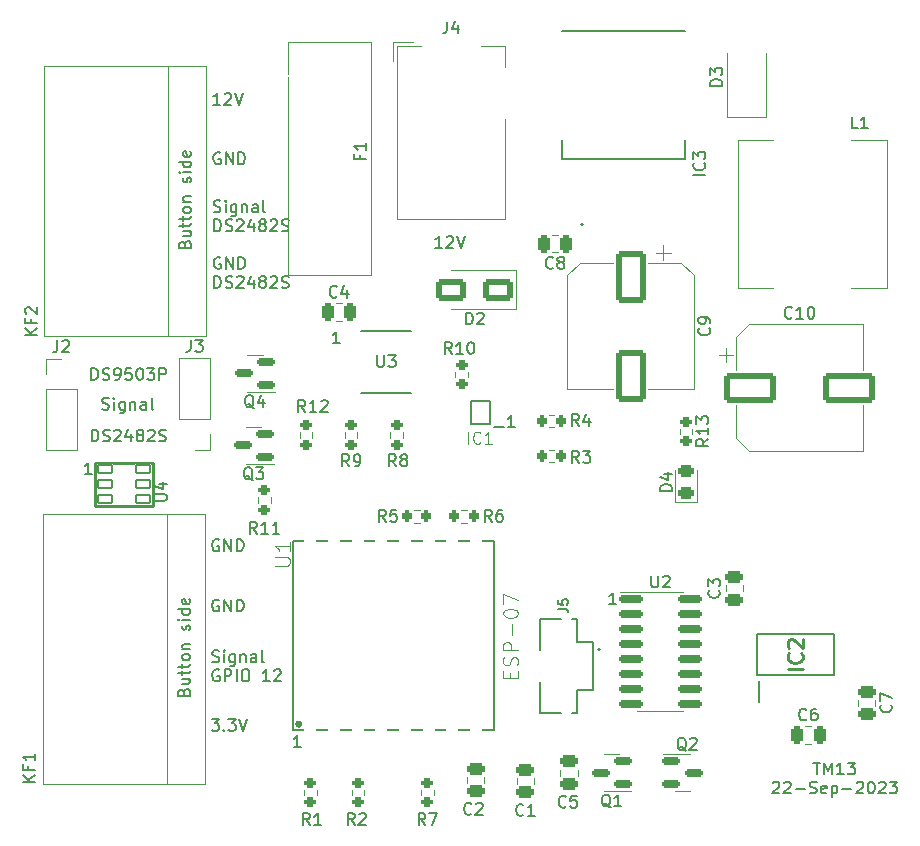
<source format=gbr>
%TF.GenerationSoftware,KiCad,Pcbnew,7.0.9*%
%TF.CreationDate,2023-11-24T07:46:00-06:00*%
%TF.ProjectId,TM13,544d3133-2e6b-4696-9361-645f70636258,rev?*%
%TF.SameCoordinates,Original*%
%TF.FileFunction,Legend,Top*%
%TF.FilePolarity,Positive*%
%FSLAX46Y46*%
G04 Gerber Fmt 4.6, Leading zero omitted, Abs format (unit mm)*
G04 Created by KiCad (PCBNEW 7.0.9) date 2023-11-24 07:46:00*
%MOMM*%
%LPD*%
G01*
G04 APERTURE LIST*
G04 Aperture macros list*
%AMRoundRect*
0 Rectangle with rounded corners*
0 $1 Rounding radius*
0 $2 $3 $4 $5 $6 $7 $8 $9 X,Y pos of 4 corners*
0 Add a 4 corners polygon primitive as box body*
4,1,4,$2,$3,$4,$5,$6,$7,$8,$9,$2,$3,0*
0 Add four circle primitives for the rounded corners*
1,1,$1+$1,$2,$3*
1,1,$1+$1,$4,$5*
1,1,$1+$1,$6,$7*
1,1,$1+$1,$8,$9*
0 Add four rect primitives between the rounded corners*
20,1,$1+$1,$2,$3,$4,$5,0*
20,1,$1+$1,$4,$5,$6,$7,0*
20,1,$1+$1,$6,$7,$8,$9,0*
20,1,$1+$1,$8,$9,$2,$3,0*%
G04 Aperture macros list end*
%ADD10C,0.150000*%
%ADD11C,0.254000*%
%ADD12C,0.125000*%
%ADD13C,0.101600*%
%ADD14C,0.120000*%
%ADD15C,0.200000*%
%ADD16C,0.127000*%
%ADD17C,0.152400*%
%ADD18R,4.400000X1.800000*%
%ADD19O,4.000000X1.800000*%
%ADD20O,1.800000X4.000000*%
%ADD21RoundRect,0.150000X0.587500X0.150000X-0.587500X0.150000X-0.587500X-0.150000X0.587500X-0.150000X0*%
%ADD22R,0.950000X1.750000*%
%ADD23R,3.250000X1.750000*%
%ADD24RoundRect,0.200000X-0.275000X0.200000X-0.275000X-0.200000X0.275000X-0.200000X0.275000X0.200000X0*%
%ADD25RoundRect,0.200000X0.275000X-0.200000X0.275000X0.200000X-0.275000X0.200000X-0.275000X-0.200000X0*%
%ADD26R,0.850000X0.300000*%
%ADD27R,1.700000X1.700000*%
%ADD28O,1.700000X1.700000*%
%ADD29C,3.200000*%
%ADD30RoundRect,0.250000X-0.475000X0.250000X-0.475000X-0.250000X0.475000X-0.250000X0.475000X0.250000X0*%
%ADD31R,2.600000X2.600000*%
%ADD32C,2.600000*%
%ADD33RoundRect,0.250000X-1.000000X1.950000X-1.000000X-1.950000X1.000000X-1.950000X1.000000X1.950000X0*%
%ADD34RoundRect,0.200000X0.200000X0.275000X-0.200000X0.275000X-0.200000X-0.275000X0.200000X-0.275000X0*%
%ADD35R,1.500000X0.450000*%
%ADD36O,1.100000X2.000000*%
%ADD37O,1.100000X2.200000*%
%ADD38RoundRect,0.102000X-0.609600X0.317500X-0.609600X-0.317500X0.609600X-0.317500X0.609600X0.317500X0*%
%ADD39RoundRect,0.243750X0.456250X-0.243750X0.456250X0.243750X-0.456250X0.243750X-0.456250X-0.243750X0*%
%ADD40RoundRect,0.150000X-0.587500X-0.150000X0.587500X-0.150000X0.587500X0.150000X-0.587500X0.150000X0*%
%ADD41RoundRect,0.250000X0.475000X-0.250000X0.475000X0.250000X-0.475000X0.250000X-0.475000X-0.250000X0*%
%ADD42RoundRect,0.250000X-1.950000X-1.000000X1.950000X-1.000000X1.950000X1.000000X-1.950000X1.000000X0*%
%ADD43RoundRect,0.150000X-0.825000X-0.150000X0.825000X-0.150000X0.825000X0.150000X-0.825000X0.150000X0*%
%ADD44RoundRect,0.250000X-0.250000X-0.475000X0.250000X-0.475000X0.250000X0.475000X-0.250000X0.475000X0*%
%ADD45R,3.000000X3.000000*%
%ADD46C,3.000000*%
%ADD47R,5.400000X2.900000*%
%ADD48R,1.100000X2.600000*%
%ADD49R,1.800000X1.800000*%
%ADD50R,1.460500X0.533400*%
%ADD51R,1.050000X3.210000*%
%ADD52R,10.530000X8.460000*%
%ADD53RoundRect,0.250000X1.000000X0.650000X-1.000000X0.650000X-1.000000X-0.650000X1.000000X-0.650000X0*%
%ADD54RoundRect,0.250000X0.250000X0.475000X-0.250000X0.475000X-0.250000X-0.475000X0.250000X-0.475000X0*%
G04 APERTURE END LIST*
D10*
X71785714Y-73054819D02*
X71214286Y-73054819D01*
X71500000Y-73054819D02*
X71500000Y-72054819D01*
X71500000Y-72054819D02*
X71404762Y-72197676D01*
X71404762Y-72197676D02*
X71309524Y-72292914D01*
X71309524Y-72292914D02*
X71214286Y-72340533D01*
X38257142Y-30754819D02*
X37685714Y-30754819D01*
X37971428Y-30754819D02*
X37971428Y-29754819D01*
X37971428Y-29754819D02*
X37876190Y-29897676D01*
X37876190Y-29897676D02*
X37780952Y-29992914D01*
X37780952Y-29992914D02*
X37685714Y-30040533D01*
X38638095Y-29850057D02*
X38685714Y-29802438D01*
X38685714Y-29802438D02*
X38780952Y-29754819D01*
X38780952Y-29754819D02*
X39019047Y-29754819D01*
X39019047Y-29754819D02*
X39114285Y-29802438D01*
X39114285Y-29802438D02*
X39161904Y-29850057D01*
X39161904Y-29850057D02*
X39209523Y-29945295D01*
X39209523Y-29945295D02*
X39209523Y-30040533D01*
X39209523Y-30040533D02*
X39161904Y-30183390D01*
X39161904Y-30183390D02*
X38590476Y-30754819D01*
X38590476Y-30754819D02*
X39209523Y-30754819D01*
X39495238Y-29754819D02*
X39828571Y-30754819D01*
X39828571Y-30754819D02*
X40161904Y-29754819D01*
X28257143Y-56507200D02*
X28400000Y-56554819D01*
X28400000Y-56554819D02*
X28638095Y-56554819D01*
X28638095Y-56554819D02*
X28733333Y-56507200D01*
X28733333Y-56507200D02*
X28780952Y-56459580D01*
X28780952Y-56459580D02*
X28828571Y-56364342D01*
X28828571Y-56364342D02*
X28828571Y-56269104D01*
X28828571Y-56269104D02*
X28780952Y-56173866D01*
X28780952Y-56173866D02*
X28733333Y-56126247D01*
X28733333Y-56126247D02*
X28638095Y-56078628D01*
X28638095Y-56078628D02*
X28447619Y-56031009D01*
X28447619Y-56031009D02*
X28352381Y-55983390D01*
X28352381Y-55983390D02*
X28304762Y-55935771D01*
X28304762Y-55935771D02*
X28257143Y-55840533D01*
X28257143Y-55840533D02*
X28257143Y-55745295D01*
X28257143Y-55745295D02*
X28304762Y-55650057D01*
X28304762Y-55650057D02*
X28352381Y-55602438D01*
X28352381Y-55602438D02*
X28447619Y-55554819D01*
X28447619Y-55554819D02*
X28685714Y-55554819D01*
X28685714Y-55554819D02*
X28828571Y-55602438D01*
X29257143Y-56554819D02*
X29257143Y-55888152D01*
X29257143Y-55554819D02*
X29209524Y-55602438D01*
X29209524Y-55602438D02*
X29257143Y-55650057D01*
X29257143Y-55650057D02*
X29304762Y-55602438D01*
X29304762Y-55602438D02*
X29257143Y-55554819D01*
X29257143Y-55554819D02*
X29257143Y-55650057D01*
X30161904Y-55888152D02*
X30161904Y-56697676D01*
X30161904Y-56697676D02*
X30114285Y-56792914D01*
X30114285Y-56792914D02*
X30066666Y-56840533D01*
X30066666Y-56840533D02*
X29971428Y-56888152D01*
X29971428Y-56888152D02*
X29828571Y-56888152D01*
X29828571Y-56888152D02*
X29733333Y-56840533D01*
X30161904Y-56507200D02*
X30066666Y-56554819D01*
X30066666Y-56554819D02*
X29876190Y-56554819D01*
X29876190Y-56554819D02*
X29780952Y-56507200D01*
X29780952Y-56507200D02*
X29733333Y-56459580D01*
X29733333Y-56459580D02*
X29685714Y-56364342D01*
X29685714Y-56364342D02*
X29685714Y-56078628D01*
X29685714Y-56078628D02*
X29733333Y-55983390D01*
X29733333Y-55983390D02*
X29780952Y-55935771D01*
X29780952Y-55935771D02*
X29876190Y-55888152D01*
X29876190Y-55888152D02*
X30066666Y-55888152D01*
X30066666Y-55888152D02*
X30161904Y-55935771D01*
X30638095Y-55888152D02*
X30638095Y-56554819D01*
X30638095Y-55983390D02*
X30685714Y-55935771D01*
X30685714Y-55935771D02*
X30780952Y-55888152D01*
X30780952Y-55888152D02*
X30923809Y-55888152D01*
X30923809Y-55888152D02*
X31019047Y-55935771D01*
X31019047Y-55935771D02*
X31066666Y-56031009D01*
X31066666Y-56031009D02*
X31066666Y-56554819D01*
X31971428Y-56554819D02*
X31971428Y-56031009D01*
X31971428Y-56031009D02*
X31923809Y-55935771D01*
X31923809Y-55935771D02*
X31828571Y-55888152D01*
X31828571Y-55888152D02*
X31638095Y-55888152D01*
X31638095Y-55888152D02*
X31542857Y-55935771D01*
X31971428Y-56507200D02*
X31876190Y-56554819D01*
X31876190Y-56554819D02*
X31638095Y-56554819D01*
X31638095Y-56554819D02*
X31542857Y-56507200D01*
X31542857Y-56507200D02*
X31495238Y-56411961D01*
X31495238Y-56411961D02*
X31495238Y-56316723D01*
X31495238Y-56316723D02*
X31542857Y-56221485D01*
X31542857Y-56221485D02*
X31638095Y-56173866D01*
X31638095Y-56173866D02*
X31876190Y-56173866D01*
X31876190Y-56173866D02*
X31971428Y-56126247D01*
X32590476Y-56554819D02*
X32495238Y-56507200D01*
X32495238Y-56507200D02*
X32447619Y-56411961D01*
X32447619Y-56411961D02*
X32447619Y-55554819D01*
X63185714Y-58054819D02*
X62614286Y-58054819D01*
X62900000Y-58054819D02*
X62900000Y-57054819D01*
X62900000Y-57054819D02*
X62804762Y-57197676D01*
X62804762Y-57197676D02*
X62709524Y-57292914D01*
X62709524Y-57292914D02*
X62614286Y-57340533D01*
X88490476Y-86449819D02*
X89061904Y-86449819D01*
X88776190Y-87449819D02*
X88776190Y-86449819D01*
X89395238Y-87449819D02*
X89395238Y-86449819D01*
X89395238Y-86449819D02*
X89728571Y-87164104D01*
X89728571Y-87164104D02*
X90061904Y-86449819D01*
X90061904Y-86449819D02*
X90061904Y-87449819D01*
X91061904Y-87449819D02*
X90490476Y-87449819D01*
X90776190Y-87449819D02*
X90776190Y-86449819D01*
X90776190Y-86449819D02*
X90680952Y-86592676D01*
X90680952Y-86592676D02*
X90585714Y-86687914D01*
X90585714Y-86687914D02*
X90490476Y-86735533D01*
X91395238Y-86449819D02*
X92014285Y-86449819D01*
X92014285Y-86449819D02*
X91680952Y-86830771D01*
X91680952Y-86830771D02*
X91823809Y-86830771D01*
X91823809Y-86830771D02*
X91919047Y-86878390D01*
X91919047Y-86878390D02*
X91966666Y-86926009D01*
X91966666Y-86926009D02*
X92014285Y-87021247D01*
X92014285Y-87021247D02*
X92014285Y-87259342D01*
X92014285Y-87259342D02*
X91966666Y-87354580D01*
X91966666Y-87354580D02*
X91919047Y-87402200D01*
X91919047Y-87402200D02*
X91823809Y-87449819D01*
X91823809Y-87449819D02*
X91538095Y-87449819D01*
X91538095Y-87449819D02*
X91442857Y-87402200D01*
X91442857Y-87402200D02*
X91395238Y-87354580D01*
X85038095Y-88155057D02*
X85085714Y-88107438D01*
X85085714Y-88107438D02*
X85180952Y-88059819D01*
X85180952Y-88059819D02*
X85419047Y-88059819D01*
X85419047Y-88059819D02*
X85514285Y-88107438D01*
X85514285Y-88107438D02*
X85561904Y-88155057D01*
X85561904Y-88155057D02*
X85609523Y-88250295D01*
X85609523Y-88250295D02*
X85609523Y-88345533D01*
X85609523Y-88345533D02*
X85561904Y-88488390D01*
X85561904Y-88488390D02*
X84990476Y-89059819D01*
X84990476Y-89059819D02*
X85609523Y-89059819D01*
X85990476Y-88155057D02*
X86038095Y-88107438D01*
X86038095Y-88107438D02*
X86133333Y-88059819D01*
X86133333Y-88059819D02*
X86371428Y-88059819D01*
X86371428Y-88059819D02*
X86466666Y-88107438D01*
X86466666Y-88107438D02*
X86514285Y-88155057D01*
X86514285Y-88155057D02*
X86561904Y-88250295D01*
X86561904Y-88250295D02*
X86561904Y-88345533D01*
X86561904Y-88345533D02*
X86514285Y-88488390D01*
X86514285Y-88488390D02*
X85942857Y-89059819D01*
X85942857Y-89059819D02*
X86561904Y-89059819D01*
X86990476Y-88678866D02*
X87752381Y-88678866D01*
X88180952Y-89012200D02*
X88323809Y-89059819D01*
X88323809Y-89059819D02*
X88561904Y-89059819D01*
X88561904Y-89059819D02*
X88657142Y-89012200D01*
X88657142Y-89012200D02*
X88704761Y-88964580D01*
X88704761Y-88964580D02*
X88752380Y-88869342D01*
X88752380Y-88869342D02*
X88752380Y-88774104D01*
X88752380Y-88774104D02*
X88704761Y-88678866D01*
X88704761Y-88678866D02*
X88657142Y-88631247D01*
X88657142Y-88631247D02*
X88561904Y-88583628D01*
X88561904Y-88583628D02*
X88371428Y-88536009D01*
X88371428Y-88536009D02*
X88276190Y-88488390D01*
X88276190Y-88488390D02*
X88228571Y-88440771D01*
X88228571Y-88440771D02*
X88180952Y-88345533D01*
X88180952Y-88345533D02*
X88180952Y-88250295D01*
X88180952Y-88250295D02*
X88228571Y-88155057D01*
X88228571Y-88155057D02*
X88276190Y-88107438D01*
X88276190Y-88107438D02*
X88371428Y-88059819D01*
X88371428Y-88059819D02*
X88609523Y-88059819D01*
X88609523Y-88059819D02*
X88752380Y-88107438D01*
X89561904Y-89012200D02*
X89466666Y-89059819D01*
X89466666Y-89059819D02*
X89276190Y-89059819D01*
X89276190Y-89059819D02*
X89180952Y-89012200D01*
X89180952Y-89012200D02*
X89133333Y-88916961D01*
X89133333Y-88916961D02*
X89133333Y-88536009D01*
X89133333Y-88536009D02*
X89180952Y-88440771D01*
X89180952Y-88440771D02*
X89276190Y-88393152D01*
X89276190Y-88393152D02*
X89466666Y-88393152D01*
X89466666Y-88393152D02*
X89561904Y-88440771D01*
X89561904Y-88440771D02*
X89609523Y-88536009D01*
X89609523Y-88536009D02*
X89609523Y-88631247D01*
X89609523Y-88631247D02*
X89133333Y-88726485D01*
X90038095Y-88393152D02*
X90038095Y-89393152D01*
X90038095Y-88440771D02*
X90133333Y-88393152D01*
X90133333Y-88393152D02*
X90323809Y-88393152D01*
X90323809Y-88393152D02*
X90419047Y-88440771D01*
X90419047Y-88440771D02*
X90466666Y-88488390D01*
X90466666Y-88488390D02*
X90514285Y-88583628D01*
X90514285Y-88583628D02*
X90514285Y-88869342D01*
X90514285Y-88869342D02*
X90466666Y-88964580D01*
X90466666Y-88964580D02*
X90419047Y-89012200D01*
X90419047Y-89012200D02*
X90323809Y-89059819D01*
X90323809Y-89059819D02*
X90133333Y-89059819D01*
X90133333Y-89059819D02*
X90038095Y-89012200D01*
X90942857Y-88678866D02*
X91704762Y-88678866D01*
X92133333Y-88155057D02*
X92180952Y-88107438D01*
X92180952Y-88107438D02*
X92276190Y-88059819D01*
X92276190Y-88059819D02*
X92514285Y-88059819D01*
X92514285Y-88059819D02*
X92609523Y-88107438D01*
X92609523Y-88107438D02*
X92657142Y-88155057D01*
X92657142Y-88155057D02*
X92704761Y-88250295D01*
X92704761Y-88250295D02*
X92704761Y-88345533D01*
X92704761Y-88345533D02*
X92657142Y-88488390D01*
X92657142Y-88488390D02*
X92085714Y-89059819D01*
X92085714Y-89059819D02*
X92704761Y-89059819D01*
X93323809Y-88059819D02*
X93419047Y-88059819D01*
X93419047Y-88059819D02*
X93514285Y-88107438D01*
X93514285Y-88107438D02*
X93561904Y-88155057D01*
X93561904Y-88155057D02*
X93609523Y-88250295D01*
X93609523Y-88250295D02*
X93657142Y-88440771D01*
X93657142Y-88440771D02*
X93657142Y-88678866D01*
X93657142Y-88678866D02*
X93609523Y-88869342D01*
X93609523Y-88869342D02*
X93561904Y-88964580D01*
X93561904Y-88964580D02*
X93514285Y-89012200D01*
X93514285Y-89012200D02*
X93419047Y-89059819D01*
X93419047Y-89059819D02*
X93323809Y-89059819D01*
X93323809Y-89059819D02*
X93228571Y-89012200D01*
X93228571Y-89012200D02*
X93180952Y-88964580D01*
X93180952Y-88964580D02*
X93133333Y-88869342D01*
X93133333Y-88869342D02*
X93085714Y-88678866D01*
X93085714Y-88678866D02*
X93085714Y-88440771D01*
X93085714Y-88440771D02*
X93133333Y-88250295D01*
X93133333Y-88250295D02*
X93180952Y-88155057D01*
X93180952Y-88155057D02*
X93228571Y-88107438D01*
X93228571Y-88107438D02*
X93323809Y-88059819D01*
X94038095Y-88155057D02*
X94085714Y-88107438D01*
X94085714Y-88107438D02*
X94180952Y-88059819D01*
X94180952Y-88059819D02*
X94419047Y-88059819D01*
X94419047Y-88059819D02*
X94514285Y-88107438D01*
X94514285Y-88107438D02*
X94561904Y-88155057D01*
X94561904Y-88155057D02*
X94609523Y-88250295D01*
X94609523Y-88250295D02*
X94609523Y-88345533D01*
X94609523Y-88345533D02*
X94561904Y-88488390D01*
X94561904Y-88488390D02*
X93990476Y-89059819D01*
X93990476Y-89059819D02*
X94609523Y-89059819D01*
X94942857Y-88059819D02*
X95561904Y-88059819D01*
X95561904Y-88059819D02*
X95228571Y-88440771D01*
X95228571Y-88440771D02*
X95371428Y-88440771D01*
X95371428Y-88440771D02*
X95466666Y-88488390D01*
X95466666Y-88488390D02*
X95514285Y-88536009D01*
X95514285Y-88536009D02*
X95561904Y-88631247D01*
X95561904Y-88631247D02*
X95561904Y-88869342D01*
X95561904Y-88869342D02*
X95514285Y-88964580D01*
X95514285Y-88964580D02*
X95466666Y-89012200D01*
X95466666Y-89012200D02*
X95371428Y-89059819D01*
X95371428Y-89059819D02*
X95085714Y-89059819D01*
X95085714Y-89059819D02*
X94990476Y-89012200D01*
X94990476Y-89012200D02*
X94942857Y-88964580D01*
X57038952Y-42872819D02*
X56467524Y-42872819D01*
X56753238Y-42872819D02*
X56753238Y-41872819D01*
X56753238Y-41872819D02*
X56658000Y-42015676D01*
X56658000Y-42015676D02*
X56562762Y-42110914D01*
X56562762Y-42110914D02*
X56467524Y-42158533D01*
X57419905Y-41968057D02*
X57467524Y-41920438D01*
X57467524Y-41920438D02*
X57562762Y-41872819D01*
X57562762Y-41872819D02*
X57800857Y-41872819D01*
X57800857Y-41872819D02*
X57896095Y-41920438D01*
X57896095Y-41920438D02*
X57943714Y-41968057D01*
X57943714Y-41968057D02*
X57991333Y-42063295D01*
X57991333Y-42063295D02*
X57991333Y-42158533D01*
X57991333Y-42158533D02*
X57943714Y-42301390D01*
X57943714Y-42301390D02*
X57372286Y-42872819D01*
X57372286Y-42872819D02*
X57991333Y-42872819D01*
X58277048Y-41872819D02*
X58610381Y-42872819D01*
X58610381Y-42872819D02*
X58943714Y-41872819D01*
X48385714Y-50954819D02*
X47814286Y-50954819D01*
X48100000Y-50954819D02*
X48100000Y-49954819D01*
X48100000Y-49954819D02*
X48004762Y-50097676D01*
X48004762Y-50097676D02*
X47909524Y-50192914D01*
X47909524Y-50192914D02*
X47814286Y-50240533D01*
X38280826Y-43697438D02*
X38185588Y-43649819D01*
X38185588Y-43649819D02*
X38042731Y-43649819D01*
X38042731Y-43649819D02*
X37899874Y-43697438D01*
X37899874Y-43697438D02*
X37804636Y-43792676D01*
X37804636Y-43792676D02*
X37757017Y-43887914D01*
X37757017Y-43887914D02*
X37709398Y-44078390D01*
X37709398Y-44078390D02*
X37709398Y-44221247D01*
X37709398Y-44221247D02*
X37757017Y-44411723D01*
X37757017Y-44411723D02*
X37804636Y-44506961D01*
X37804636Y-44506961D02*
X37899874Y-44602200D01*
X37899874Y-44602200D02*
X38042731Y-44649819D01*
X38042731Y-44649819D02*
X38137969Y-44649819D01*
X38137969Y-44649819D02*
X38280826Y-44602200D01*
X38280826Y-44602200D02*
X38328445Y-44554580D01*
X38328445Y-44554580D02*
X38328445Y-44221247D01*
X38328445Y-44221247D02*
X38137969Y-44221247D01*
X38757017Y-44649819D02*
X38757017Y-43649819D01*
X38757017Y-43649819D02*
X39328445Y-44649819D01*
X39328445Y-44649819D02*
X39328445Y-43649819D01*
X39804636Y-44649819D02*
X39804636Y-43649819D01*
X39804636Y-43649819D02*
X40042731Y-43649819D01*
X40042731Y-43649819D02*
X40185588Y-43697438D01*
X40185588Y-43697438D02*
X40280826Y-43792676D01*
X40280826Y-43792676D02*
X40328445Y-43887914D01*
X40328445Y-43887914D02*
X40376064Y-44078390D01*
X40376064Y-44078390D02*
X40376064Y-44221247D01*
X40376064Y-44221247D02*
X40328445Y-44411723D01*
X40328445Y-44411723D02*
X40280826Y-44506961D01*
X40280826Y-44506961D02*
X40185588Y-44602200D01*
X40185588Y-44602200D02*
X40042731Y-44649819D01*
X40042731Y-44649819D02*
X39804636Y-44649819D01*
X37757017Y-46259819D02*
X37757017Y-45259819D01*
X37757017Y-45259819D02*
X37995112Y-45259819D01*
X37995112Y-45259819D02*
X38137969Y-45307438D01*
X38137969Y-45307438D02*
X38233207Y-45402676D01*
X38233207Y-45402676D02*
X38280826Y-45497914D01*
X38280826Y-45497914D02*
X38328445Y-45688390D01*
X38328445Y-45688390D02*
X38328445Y-45831247D01*
X38328445Y-45831247D02*
X38280826Y-46021723D01*
X38280826Y-46021723D02*
X38233207Y-46116961D01*
X38233207Y-46116961D02*
X38137969Y-46212200D01*
X38137969Y-46212200D02*
X37995112Y-46259819D01*
X37995112Y-46259819D02*
X37757017Y-46259819D01*
X38709398Y-46212200D02*
X38852255Y-46259819D01*
X38852255Y-46259819D02*
X39090350Y-46259819D01*
X39090350Y-46259819D02*
X39185588Y-46212200D01*
X39185588Y-46212200D02*
X39233207Y-46164580D01*
X39233207Y-46164580D02*
X39280826Y-46069342D01*
X39280826Y-46069342D02*
X39280826Y-45974104D01*
X39280826Y-45974104D02*
X39233207Y-45878866D01*
X39233207Y-45878866D02*
X39185588Y-45831247D01*
X39185588Y-45831247D02*
X39090350Y-45783628D01*
X39090350Y-45783628D02*
X38899874Y-45736009D01*
X38899874Y-45736009D02*
X38804636Y-45688390D01*
X38804636Y-45688390D02*
X38757017Y-45640771D01*
X38757017Y-45640771D02*
X38709398Y-45545533D01*
X38709398Y-45545533D02*
X38709398Y-45450295D01*
X38709398Y-45450295D02*
X38757017Y-45355057D01*
X38757017Y-45355057D02*
X38804636Y-45307438D01*
X38804636Y-45307438D02*
X38899874Y-45259819D01*
X38899874Y-45259819D02*
X39137969Y-45259819D01*
X39137969Y-45259819D02*
X39280826Y-45307438D01*
X39661779Y-45355057D02*
X39709398Y-45307438D01*
X39709398Y-45307438D02*
X39804636Y-45259819D01*
X39804636Y-45259819D02*
X40042731Y-45259819D01*
X40042731Y-45259819D02*
X40137969Y-45307438D01*
X40137969Y-45307438D02*
X40185588Y-45355057D01*
X40185588Y-45355057D02*
X40233207Y-45450295D01*
X40233207Y-45450295D02*
X40233207Y-45545533D01*
X40233207Y-45545533D02*
X40185588Y-45688390D01*
X40185588Y-45688390D02*
X39614160Y-46259819D01*
X39614160Y-46259819D02*
X40233207Y-46259819D01*
X41090350Y-45593152D02*
X41090350Y-46259819D01*
X40852255Y-45212200D02*
X40614160Y-45926485D01*
X40614160Y-45926485D02*
X41233207Y-45926485D01*
X41757017Y-45688390D02*
X41661779Y-45640771D01*
X41661779Y-45640771D02*
X41614160Y-45593152D01*
X41614160Y-45593152D02*
X41566541Y-45497914D01*
X41566541Y-45497914D02*
X41566541Y-45450295D01*
X41566541Y-45450295D02*
X41614160Y-45355057D01*
X41614160Y-45355057D02*
X41661779Y-45307438D01*
X41661779Y-45307438D02*
X41757017Y-45259819D01*
X41757017Y-45259819D02*
X41947493Y-45259819D01*
X41947493Y-45259819D02*
X42042731Y-45307438D01*
X42042731Y-45307438D02*
X42090350Y-45355057D01*
X42090350Y-45355057D02*
X42137969Y-45450295D01*
X42137969Y-45450295D02*
X42137969Y-45497914D01*
X42137969Y-45497914D02*
X42090350Y-45593152D01*
X42090350Y-45593152D02*
X42042731Y-45640771D01*
X42042731Y-45640771D02*
X41947493Y-45688390D01*
X41947493Y-45688390D02*
X41757017Y-45688390D01*
X41757017Y-45688390D02*
X41661779Y-45736009D01*
X41661779Y-45736009D02*
X41614160Y-45783628D01*
X41614160Y-45783628D02*
X41566541Y-45878866D01*
X41566541Y-45878866D02*
X41566541Y-46069342D01*
X41566541Y-46069342D02*
X41614160Y-46164580D01*
X41614160Y-46164580D02*
X41661779Y-46212200D01*
X41661779Y-46212200D02*
X41757017Y-46259819D01*
X41757017Y-46259819D02*
X41947493Y-46259819D01*
X41947493Y-46259819D02*
X42042731Y-46212200D01*
X42042731Y-46212200D02*
X42090350Y-46164580D01*
X42090350Y-46164580D02*
X42137969Y-46069342D01*
X42137969Y-46069342D02*
X42137969Y-45878866D01*
X42137969Y-45878866D02*
X42090350Y-45783628D01*
X42090350Y-45783628D02*
X42042731Y-45736009D01*
X42042731Y-45736009D02*
X41947493Y-45688390D01*
X42518922Y-45355057D02*
X42566541Y-45307438D01*
X42566541Y-45307438D02*
X42661779Y-45259819D01*
X42661779Y-45259819D02*
X42899874Y-45259819D01*
X42899874Y-45259819D02*
X42995112Y-45307438D01*
X42995112Y-45307438D02*
X43042731Y-45355057D01*
X43042731Y-45355057D02*
X43090350Y-45450295D01*
X43090350Y-45450295D02*
X43090350Y-45545533D01*
X43090350Y-45545533D02*
X43042731Y-45688390D01*
X43042731Y-45688390D02*
X42471303Y-46259819D01*
X42471303Y-46259819D02*
X43090350Y-46259819D01*
X43471303Y-46212200D02*
X43614160Y-46259819D01*
X43614160Y-46259819D02*
X43852255Y-46259819D01*
X43852255Y-46259819D02*
X43947493Y-46212200D01*
X43947493Y-46212200D02*
X43995112Y-46164580D01*
X43995112Y-46164580D02*
X44042731Y-46069342D01*
X44042731Y-46069342D02*
X44042731Y-45974104D01*
X44042731Y-45974104D02*
X43995112Y-45878866D01*
X43995112Y-45878866D02*
X43947493Y-45831247D01*
X43947493Y-45831247D02*
X43852255Y-45783628D01*
X43852255Y-45783628D02*
X43661779Y-45736009D01*
X43661779Y-45736009D02*
X43566541Y-45688390D01*
X43566541Y-45688390D02*
X43518922Y-45640771D01*
X43518922Y-45640771D02*
X43471303Y-45545533D01*
X43471303Y-45545533D02*
X43471303Y-45450295D01*
X43471303Y-45450295D02*
X43518922Y-45355057D01*
X43518922Y-45355057D02*
X43566541Y-45307438D01*
X43566541Y-45307438D02*
X43661779Y-45259819D01*
X43661779Y-45259819D02*
X43899874Y-45259819D01*
X43899874Y-45259819D02*
X44042731Y-45307438D01*
X37595113Y-77902200D02*
X37737970Y-77949819D01*
X37737970Y-77949819D02*
X37976065Y-77949819D01*
X37976065Y-77949819D02*
X38071303Y-77902200D01*
X38071303Y-77902200D02*
X38118922Y-77854580D01*
X38118922Y-77854580D02*
X38166541Y-77759342D01*
X38166541Y-77759342D02*
X38166541Y-77664104D01*
X38166541Y-77664104D02*
X38118922Y-77568866D01*
X38118922Y-77568866D02*
X38071303Y-77521247D01*
X38071303Y-77521247D02*
X37976065Y-77473628D01*
X37976065Y-77473628D02*
X37785589Y-77426009D01*
X37785589Y-77426009D02*
X37690351Y-77378390D01*
X37690351Y-77378390D02*
X37642732Y-77330771D01*
X37642732Y-77330771D02*
X37595113Y-77235533D01*
X37595113Y-77235533D02*
X37595113Y-77140295D01*
X37595113Y-77140295D02*
X37642732Y-77045057D01*
X37642732Y-77045057D02*
X37690351Y-76997438D01*
X37690351Y-76997438D02*
X37785589Y-76949819D01*
X37785589Y-76949819D02*
X38023684Y-76949819D01*
X38023684Y-76949819D02*
X38166541Y-76997438D01*
X38595113Y-77949819D02*
X38595113Y-77283152D01*
X38595113Y-76949819D02*
X38547494Y-76997438D01*
X38547494Y-76997438D02*
X38595113Y-77045057D01*
X38595113Y-77045057D02*
X38642732Y-76997438D01*
X38642732Y-76997438D02*
X38595113Y-76949819D01*
X38595113Y-76949819D02*
X38595113Y-77045057D01*
X39499874Y-77283152D02*
X39499874Y-78092676D01*
X39499874Y-78092676D02*
X39452255Y-78187914D01*
X39452255Y-78187914D02*
X39404636Y-78235533D01*
X39404636Y-78235533D02*
X39309398Y-78283152D01*
X39309398Y-78283152D02*
X39166541Y-78283152D01*
X39166541Y-78283152D02*
X39071303Y-78235533D01*
X39499874Y-77902200D02*
X39404636Y-77949819D01*
X39404636Y-77949819D02*
X39214160Y-77949819D01*
X39214160Y-77949819D02*
X39118922Y-77902200D01*
X39118922Y-77902200D02*
X39071303Y-77854580D01*
X39071303Y-77854580D02*
X39023684Y-77759342D01*
X39023684Y-77759342D02*
X39023684Y-77473628D01*
X39023684Y-77473628D02*
X39071303Y-77378390D01*
X39071303Y-77378390D02*
X39118922Y-77330771D01*
X39118922Y-77330771D02*
X39214160Y-77283152D01*
X39214160Y-77283152D02*
X39404636Y-77283152D01*
X39404636Y-77283152D02*
X39499874Y-77330771D01*
X39976065Y-77283152D02*
X39976065Y-77949819D01*
X39976065Y-77378390D02*
X40023684Y-77330771D01*
X40023684Y-77330771D02*
X40118922Y-77283152D01*
X40118922Y-77283152D02*
X40261779Y-77283152D01*
X40261779Y-77283152D02*
X40357017Y-77330771D01*
X40357017Y-77330771D02*
X40404636Y-77426009D01*
X40404636Y-77426009D02*
X40404636Y-77949819D01*
X41309398Y-77949819D02*
X41309398Y-77426009D01*
X41309398Y-77426009D02*
X41261779Y-77330771D01*
X41261779Y-77330771D02*
X41166541Y-77283152D01*
X41166541Y-77283152D02*
X40976065Y-77283152D01*
X40976065Y-77283152D02*
X40880827Y-77330771D01*
X41309398Y-77902200D02*
X41214160Y-77949819D01*
X41214160Y-77949819D02*
X40976065Y-77949819D01*
X40976065Y-77949819D02*
X40880827Y-77902200D01*
X40880827Y-77902200D02*
X40833208Y-77806961D01*
X40833208Y-77806961D02*
X40833208Y-77711723D01*
X40833208Y-77711723D02*
X40880827Y-77616485D01*
X40880827Y-77616485D02*
X40976065Y-77568866D01*
X40976065Y-77568866D02*
X41214160Y-77568866D01*
X41214160Y-77568866D02*
X41309398Y-77521247D01*
X41928446Y-77949819D02*
X41833208Y-77902200D01*
X41833208Y-77902200D02*
X41785589Y-77806961D01*
X41785589Y-77806961D02*
X41785589Y-76949819D01*
X38166541Y-78607438D02*
X38071303Y-78559819D01*
X38071303Y-78559819D02*
X37928446Y-78559819D01*
X37928446Y-78559819D02*
X37785589Y-78607438D01*
X37785589Y-78607438D02*
X37690351Y-78702676D01*
X37690351Y-78702676D02*
X37642732Y-78797914D01*
X37642732Y-78797914D02*
X37595113Y-78988390D01*
X37595113Y-78988390D02*
X37595113Y-79131247D01*
X37595113Y-79131247D02*
X37642732Y-79321723D01*
X37642732Y-79321723D02*
X37690351Y-79416961D01*
X37690351Y-79416961D02*
X37785589Y-79512200D01*
X37785589Y-79512200D02*
X37928446Y-79559819D01*
X37928446Y-79559819D02*
X38023684Y-79559819D01*
X38023684Y-79559819D02*
X38166541Y-79512200D01*
X38166541Y-79512200D02*
X38214160Y-79464580D01*
X38214160Y-79464580D02*
X38214160Y-79131247D01*
X38214160Y-79131247D02*
X38023684Y-79131247D01*
X38642732Y-79559819D02*
X38642732Y-78559819D01*
X38642732Y-78559819D02*
X39023684Y-78559819D01*
X39023684Y-78559819D02*
X39118922Y-78607438D01*
X39118922Y-78607438D02*
X39166541Y-78655057D01*
X39166541Y-78655057D02*
X39214160Y-78750295D01*
X39214160Y-78750295D02*
X39214160Y-78893152D01*
X39214160Y-78893152D02*
X39166541Y-78988390D01*
X39166541Y-78988390D02*
X39118922Y-79036009D01*
X39118922Y-79036009D02*
X39023684Y-79083628D01*
X39023684Y-79083628D02*
X38642732Y-79083628D01*
X39642732Y-79559819D02*
X39642732Y-78559819D01*
X40309398Y-78559819D02*
X40499874Y-78559819D01*
X40499874Y-78559819D02*
X40595112Y-78607438D01*
X40595112Y-78607438D02*
X40690350Y-78702676D01*
X40690350Y-78702676D02*
X40737969Y-78893152D01*
X40737969Y-78893152D02*
X40737969Y-79226485D01*
X40737969Y-79226485D02*
X40690350Y-79416961D01*
X40690350Y-79416961D02*
X40595112Y-79512200D01*
X40595112Y-79512200D02*
X40499874Y-79559819D01*
X40499874Y-79559819D02*
X40309398Y-79559819D01*
X40309398Y-79559819D02*
X40214160Y-79512200D01*
X40214160Y-79512200D02*
X40118922Y-79416961D01*
X40118922Y-79416961D02*
X40071303Y-79226485D01*
X40071303Y-79226485D02*
X40071303Y-78893152D01*
X40071303Y-78893152D02*
X40118922Y-78702676D01*
X40118922Y-78702676D02*
X40214160Y-78607438D01*
X40214160Y-78607438D02*
X40309398Y-78559819D01*
X42452255Y-79559819D02*
X41880827Y-79559819D01*
X42166541Y-79559819D02*
X42166541Y-78559819D01*
X42166541Y-78559819D02*
X42071303Y-78702676D01*
X42071303Y-78702676D02*
X41976065Y-78797914D01*
X41976065Y-78797914D02*
X41880827Y-78845533D01*
X42833208Y-78655057D02*
X42880827Y-78607438D01*
X42880827Y-78607438D02*
X42976065Y-78559819D01*
X42976065Y-78559819D02*
X43214160Y-78559819D01*
X43214160Y-78559819D02*
X43309398Y-78607438D01*
X43309398Y-78607438D02*
X43357017Y-78655057D01*
X43357017Y-78655057D02*
X43404636Y-78750295D01*
X43404636Y-78750295D02*
X43404636Y-78845533D01*
X43404636Y-78845533D02*
X43357017Y-78988390D01*
X43357017Y-78988390D02*
X42785589Y-79559819D01*
X42785589Y-79559819D02*
X43404636Y-79559819D01*
X37523810Y-82754819D02*
X38142857Y-82754819D01*
X38142857Y-82754819D02*
X37809524Y-83135771D01*
X37809524Y-83135771D02*
X37952381Y-83135771D01*
X37952381Y-83135771D02*
X38047619Y-83183390D01*
X38047619Y-83183390D02*
X38095238Y-83231009D01*
X38095238Y-83231009D02*
X38142857Y-83326247D01*
X38142857Y-83326247D02*
X38142857Y-83564342D01*
X38142857Y-83564342D02*
X38095238Y-83659580D01*
X38095238Y-83659580D02*
X38047619Y-83707200D01*
X38047619Y-83707200D02*
X37952381Y-83754819D01*
X37952381Y-83754819D02*
X37666667Y-83754819D01*
X37666667Y-83754819D02*
X37571429Y-83707200D01*
X37571429Y-83707200D02*
X37523810Y-83659580D01*
X38571429Y-83659580D02*
X38619048Y-83707200D01*
X38619048Y-83707200D02*
X38571429Y-83754819D01*
X38571429Y-83754819D02*
X38523810Y-83707200D01*
X38523810Y-83707200D02*
X38571429Y-83659580D01*
X38571429Y-83659580D02*
X38571429Y-83754819D01*
X38952381Y-82754819D02*
X39571428Y-82754819D01*
X39571428Y-82754819D02*
X39238095Y-83135771D01*
X39238095Y-83135771D02*
X39380952Y-83135771D01*
X39380952Y-83135771D02*
X39476190Y-83183390D01*
X39476190Y-83183390D02*
X39523809Y-83231009D01*
X39523809Y-83231009D02*
X39571428Y-83326247D01*
X39571428Y-83326247D02*
X39571428Y-83564342D01*
X39571428Y-83564342D02*
X39523809Y-83659580D01*
X39523809Y-83659580D02*
X39476190Y-83707200D01*
X39476190Y-83707200D02*
X39380952Y-83754819D01*
X39380952Y-83754819D02*
X39095238Y-83754819D01*
X39095238Y-83754819D02*
X39000000Y-83707200D01*
X39000000Y-83707200D02*
X38952381Y-83659580D01*
X39857143Y-82754819D02*
X40190476Y-83754819D01*
X40190476Y-83754819D02*
X40523809Y-82754819D01*
X38257142Y-34835771D02*
X38161904Y-34788152D01*
X38161904Y-34788152D02*
X38019047Y-34788152D01*
X38019047Y-34788152D02*
X37876190Y-34835771D01*
X37876190Y-34835771D02*
X37780952Y-34931009D01*
X37780952Y-34931009D02*
X37733333Y-35026247D01*
X37733333Y-35026247D02*
X37685714Y-35216723D01*
X37685714Y-35216723D02*
X37685714Y-35359580D01*
X37685714Y-35359580D02*
X37733333Y-35550056D01*
X37733333Y-35550056D02*
X37780952Y-35645294D01*
X37780952Y-35645294D02*
X37876190Y-35740533D01*
X37876190Y-35740533D02*
X38019047Y-35788152D01*
X38019047Y-35788152D02*
X38114285Y-35788152D01*
X38114285Y-35788152D02*
X38257142Y-35740533D01*
X38257142Y-35740533D02*
X38304761Y-35692913D01*
X38304761Y-35692913D02*
X38304761Y-35359580D01*
X38304761Y-35359580D02*
X38114285Y-35359580D01*
X38733333Y-35788152D02*
X38733333Y-34788152D01*
X38733333Y-34788152D02*
X39304761Y-35788152D01*
X39304761Y-35788152D02*
X39304761Y-34788152D01*
X39780952Y-35788152D02*
X39780952Y-34788152D01*
X39780952Y-34788152D02*
X40019047Y-34788152D01*
X40019047Y-34788152D02*
X40161904Y-34835771D01*
X40161904Y-34835771D02*
X40257142Y-34931009D01*
X40257142Y-34931009D02*
X40304761Y-35026247D01*
X40304761Y-35026247D02*
X40352380Y-35216723D01*
X40352380Y-35216723D02*
X40352380Y-35359580D01*
X40352380Y-35359580D02*
X40304761Y-35550056D01*
X40304761Y-35550056D02*
X40257142Y-35645294D01*
X40257142Y-35645294D02*
X40161904Y-35740533D01*
X40161904Y-35740533D02*
X40019047Y-35788152D01*
X40019047Y-35788152D02*
X39780952Y-35788152D01*
X45085714Y-85154819D02*
X44514286Y-85154819D01*
X44800000Y-85154819D02*
X44800000Y-84154819D01*
X44800000Y-84154819D02*
X44704762Y-84297676D01*
X44704762Y-84297676D02*
X44609524Y-84392914D01*
X44609524Y-84392914D02*
X44514286Y-84440533D01*
X27357143Y-54054819D02*
X27357143Y-53054819D01*
X27357143Y-53054819D02*
X27595238Y-53054819D01*
X27595238Y-53054819D02*
X27738095Y-53102438D01*
X27738095Y-53102438D02*
X27833333Y-53197676D01*
X27833333Y-53197676D02*
X27880952Y-53292914D01*
X27880952Y-53292914D02*
X27928571Y-53483390D01*
X27928571Y-53483390D02*
X27928571Y-53626247D01*
X27928571Y-53626247D02*
X27880952Y-53816723D01*
X27880952Y-53816723D02*
X27833333Y-53911961D01*
X27833333Y-53911961D02*
X27738095Y-54007200D01*
X27738095Y-54007200D02*
X27595238Y-54054819D01*
X27595238Y-54054819D02*
X27357143Y-54054819D01*
X28309524Y-54007200D02*
X28452381Y-54054819D01*
X28452381Y-54054819D02*
X28690476Y-54054819D01*
X28690476Y-54054819D02*
X28785714Y-54007200D01*
X28785714Y-54007200D02*
X28833333Y-53959580D01*
X28833333Y-53959580D02*
X28880952Y-53864342D01*
X28880952Y-53864342D02*
X28880952Y-53769104D01*
X28880952Y-53769104D02*
X28833333Y-53673866D01*
X28833333Y-53673866D02*
X28785714Y-53626247D01*
X28785714Y-53626247D02*
X28690476Y-53578628D01*
X28690476Y-53578628D02*
X28500000Y-53531009D01*
X28500000Y-53531009D02*
X28404762Y-53483390D01*
X28404762Y-53483390D02*
X28357143Y-53435771D01*
X28357143Y-53435771D02*
X28309524Y-53340533D01*
X28309524Y-53340533D02*
X28309524Y-53245295D01*
X28309524Y-53245295D02*
X28357143Y-53150057D01*
X28357143Y-53150057D02*
X28404762Y-53102438D01*
X28404762Y-53102438D02*
X28500000Y-53054819D01*
X28500000Y-53054819D02*
X28738095Y-53054819D01*
X28738095Y-53054819D02*
X28880952Y-53102438D01*
X29357143Y-54054819D02*
X29547619Y-54054819D01*
X29547619Y-54054819D02*
X29642857Y-54007200D01*
X29642857Y-54007200D02*
X29690476Y-53959580D01*
X29690476Y-53959580D02*
X29785714Y-53816723D01*
X29785714Y-53816723D02*
X29833333Y-53626247D01*
X29833333Y-53626247D02*
X29833333Y-53245295D01*
X29833333Y-53245295D02*
X29785714Y-53150057D01*
X29785714Y-53150057D02*
X29738095Y-53102438D01*
X29738095Y-53102438D02*
X29642857Y-53054819D01*
X29642857Y-53054819D02*
X29452381Y-53054819D01*
X29452381Y-53054819D02*
X29357143Y-53102438D01*
X29357143Y-53102438D02*
X29309524Y-53150057D01*
X29309524Y-53150057D02*
X29261905Y-53245295D01*
X29261905Y-53245295D02*
X29261905Y-53483390D01*
X29261905Y-53483390D02*
X29309524Y-53578628D01*
X29309524Y-53578628D02*
X29357143Y-53626247D01*
X29357143Y-53626247D02*
X29452381Y-53673866D01*
X29452381Y-53673866D02*
X29642857Y-53673866D01*
X29642857Y-53673866D02*
X29738095Y-53626247D01*
X29738095Y-53626247D02*
X29785714Y-53578628D01*
X29785714Y-53578628D02*
X29833333Y-53483390D01*
X30738095Y-53054819D02*
X30261905Y-53054819D01*
X30261905Y-53054819D02*
X30214286Y-53531009D01*
X30214286Y-53531009D02*
X30261905Y-53483390D01*
X30261905Y-53483390D02*
X30357143Y-53435771D01*
X30357143Y-53435771D02*
X30595238Y-53435771D01*
X30595238Y-53435771D02*
X30690476Y-53483390D01*
X30690476Y-53483390D02*
X30738095Y-53531009D01*
X30738095Y-53531009D02*
X30785714Y-53626247D01*
X30785714Y-53626247D02*
X30785714Y-53864342D01*
X30785714Y-53864342D02*
X30738095Y-53959580D01*
X30738095Y-53959580D02*
X30690476Y-54007200D01*
X30690476Y-54007200D02*
X30595238Y-54054819D01*
X30595238Y-54054819D02*
X30357143Y-54054819D01*
X30357143Y-54054819D02*
X30261905Y-54007200D01*
X30261905Y-54007200D02*
X30214286Y-53959580D01*
X31404762Y-53054819D02*
X31500000Y-53054819D01*
X31500000Y-53054819D02*
X31595238Y-53102438D01*
X31595238Y-53102438D02*
X31642857Y-53150057D01*
X31642857Y-53150057D02*
X31690476Y-53245295D01*
X31690476Y-53245295D02*
X31738095Y-53435771D01*
X31738095Y-53435771D02*
X31738095Y-53673866D01*
X31738095Y-53673866D02*
X31690476Y-53864342D01*
X31690476Y-53864342D02*
X31642857Y-53959580D01*
X31642857Y-53959580D02*
X31595238Y-54007200D01*
X31595238Y-54007200D02*
X31500000Y-54054819D01*
X31500000Y-54054819D02*
X31404762Y-54054819D01*
X31404762Y-54054819D02*
X31309524Y-54007200D01*
X31309524Y-54007200D02*
X31261905Y-53959580D01*
X31261905Y-53959580D02*
X31214286Y-53864342D01*
X31214286Y-53864342D02*
X31166667Y-53673866D01*
X31166667Y-53673866D02*
X31166667Y-53435771D01*
X31166667Y-53435771D02*
X31214286Y-53245295D01*
X31214286Y-53245295D02*
X31261905Y-53150057D01*
X31261905Y-53150057D02*
X31309524Y-53102438D01*
X31309524Y-53102438D02*
X31404762Y-53054819D01*
X32071429Y-53054819D02*
X32690476Y-53054819D01*
X32690476Y-53054819D02*
X32357143Y-53435771D01*
X32357143Y-53435771D02*
X32500000Y-53435771D01*
X32500000Y-53435771D02*
X32595238Y-53483390D01*
X32595238Y-53483390D02*
X32642857Y-53531009D01*
X32642857Y-53531009D02*
X32690476Y-53626247D01*
X32690476Y-53626247D02*
X32690476Y-53864342D01*
X32690476Y-53864342D02*
X32642857Y-53959580D01*
X32642857Y-53959580D02*
X32595238Y-54007200D01*
X32595238Y-54007200D02*
X32500000Y-54054819D01*
X32500000Y-54054819D02*
X32214286Y-54054819D01*
X32214286Y-54054819D02*
X32119048Y-54007200D01*
X32119048Y-54007200D02*
X32071429Y-53959580D01*
X33119048Y-54054819D02*
X33119048Y-53054819D01*
X33119048Y-53054819D02*
X33500000Y-53054819D01*
X33500000Y-53054819D02*
X33595238Y-53102438D01*
X33595238Y-53102438D02*
X33642857Y-53150057D01*
X33642857Y-53150057D02*
X33690476Y-53245295D01*
X33690476Y-53245295D02*
X33690476Y-53388152D01*
X33690476Y-53388152D02*
X33642857Y-53483390D01*
X33642857Y-53483390D02*
X33595238Y-53531009D01*
X33595238Y-53531009D02*
X33500000Y-53578628D01*
X33500000Y-53578628D02*
X33119048Y-53578628D01*
X27380952Y-59254819D02*
X27380952Y-58254819D01*
X27380952Y-58254819D02*
X27619047Y-58254819D01*
X27619047Y-58254819D02*
X27761904Y-58302438D01*
X27761904Y-58302438D02*
X27857142Y-58397676D01*
X27857142Y-58397676D02*
X27904761Y-58492914D01*
X27904761Y-58492914D02*
X27952380Y-58683390D01*
X27952380Y-58683390D02*
X27952380Y-58826247D01*
X27952380Y-58826247D02*
X27904761Y-59016723D01*
X27904761Y-59016723D02*
X27857142Y-59111961D01*
X27857142Y-59111961D02*
X27761904Y-59207200D01*
X27761904Y-59207200D02*
X27619047Y-59254819D01*
X27619047Y-59254819D02*
X27380952Y-59254819D01*
X28333333Y-59207200D02*
X28476190Y-59254819D01*
X28476190Y-59254819D02*
X28714285Y-59254819D01*
X28714285Y-59254819D02*
X28809523Y-59207200D01*
X28809523Y-59207200D02*
X28857142Y-59159580D01*
X28857142Y-59159580D02*
X28904761Y-59064342D01*
X28904761Y-59064342D02*
X28904761Y-58969104D01*
X28904761Y-58969104D02*
X28857142Y-58873866D01*
X28857142Y-58873866D02*
X28809523Y-58826247D01*
X28809523Y-58826247D02*
X28714285Y-58778628D01*
X28714285Y-58778628D02*
X28523809Y-58731009D01*
X28523809Y-58731009D02*
X28428571Y-58683390D01*
X28428571Y-58683390D02*
X28380952Y-58635771D01*
X28380952Y-58635771D02*
X28333333Y-58540533D01*
X28333333Y-58540533D02*
X28333333Y-58445295D01*
X28333333Y-58445295D02*
X28380952Y-58350057D01*
X28380952Y-58350057D02*
X28428571Y-58302438D01*
X28428571Y-58302438D02*
X28523809Y-58254819D01*
X28523809Y-58254819D02*
X28761904Y-58254819D01*
X28761904Y-58254819D02*
X28904761Y-58302438D01*
X29285714Y-58350057D02*
X29333333Y-58302438D01*
X29333333Y-58302438D02*
X29428571Y-58254819D01*
X29428571Y-58254819D02*
X29666666Y-58254819D01*
X29666666Y-58254819D02*
X29761904Y-58302438D01*
X29761904Y-58302438D02*
X29809523Y-58350057D01*
X29809523Y-58350057D02*
X29857142Y-58445295D01*
X29857142Y-58445295D02*
X29857142Y-58540533D01*
X29857142Y-58540533D02*
X29809523Y-58683390D01*
X29809523Y-58683390D02*
X29238095Y-59254819D01*
X29238095Y-59254819D02*
X29857142Y-59254819D01*
X30714285Y-58588152D02*
X30714285Y-59254819D01*
X30476190Y-58207200D02*
X30238095Y-58921485D01*
X30238095Y-58921485D02*
X30857142Y-58921485D01*
X31380952Y-58683390D02*
X31285714Y-58635771D01*
X31285714Y-58635771D02*
X31238095Y-58588152D01*
X31238095Y-58588152D02*
X31190476Y-58492914D01*
X31190476Y-58492914D02*
X31190476Y-58445295D01*
X31190476Y-58445295D02*
X31238095Y-58350057D01*
X31238095Y-58350057D02*
X31285714Y-58302438D01*
X31285714Y-58302438D02*
X31380952Y-58254819D01*
X31380952Y-58254819D02*
X31571428Y-58254819D01*
X31571428Y-58254819D02*
X31666666Y-58302438D01*
X31666666Y-58302438D02*
X31714285Y-58350057D01*
X31714285Y-58350057D02*
X31761904Y-58445295D01*
X31761904Y-58445295D02*
X31761904Y-58492914D01*
X31761904Y-58492914D02*
X31714285Y-58588152D01*
X31714285Y-58588152D02*
X31666666Y-58635771D01*
X31666666Y-58635771D02*
X31571428Y-58683390D01*
X31571428Y-58683390D02*
X31380952Y-58683390D01*
X31380952Y-58683390D02*
X31285714Y-58731009D01*
X31285714Y-58731009D02*
X31238095Y-58778628D01*
X31238095Y-58778628D02*
X31190476Y-58873866D01*
X31190476Y-58873866D02*
X31190476Y-59064342D01*
X31190476Y-59064342D02*
X31238095Y-59159580D01*
X31238095Y-59159580D02*
X31285714Y-59207200D01*
X31285714Y-59207200D02*
X31380952Y-59254819D01*
X31380952Y-59254819D02*
X31571428Y-59254819D01*
X31571428Y-59254819D02*
X31666666Y-59207200D01*
X31666666Y-59207200D02*
X31714285Y-59159580D01*
X31714285Y-59159580D02*
X31761904Y-59064342D01*
X31761904Y-59064342D02*
X31761904Y-58873866D01*
X31761904Y-58873866D02*
X31714285Y-58778628D01*
X31714285Y-58778628D02*
X31666666Y-58731009D01*
X31666666Y-58731009D02*
X31571428Y-58683390D01*
X32142857Y-58350057D02*
X32190476Y-58302438D01*
X32190476Y-58302438D02*
X32285714Y-58254819D01*
X32285714Y-58254819D02*
X32523809Y-58254819D01*
X32523809Y-58254819D02*
X32619047Y-58302438D01*
X32619047Y-58302438D02*
X32666666Y-58350057D01*
X32666666Y-58350057D02*
X32714285Y-58445295D01*
X32714285Y-58445295D02*
X32714285Y-58540533D01*
X32714285Y-58540533D02*
X32666666Y-58683390D01*
X32666666Y-58683390D02*
X32095238Y-59254819D01*
X32095238Y-59254819D02*
X32714285Y-59254819D01*
X33095238Y-59207200D02*
X33238095Y-59254819D01*
X33238095Y-59254819D02*
X33476190Y-59254819D01*
X33476190Y-59254819D02*
X33571428Y-59207200D01*
X33571428Y-59207200D02*
X33619047Y-59159580D01*
X33619047Y-59159580D02*
X33666666Y-59064342D01*
X33666666Y-59064342D02*
X33666666Y-58969104D01*
X33666666Y-58969104D02*
X33619047Y-58873866D01*
X33619047Y-58873866D02*
X33571428Y-58826247D01*
X33571428Y-58826247D02*
X33476190Y-58778628D01*
X33476190Y-58778628D02*
X33285714Y-58731009D01*
X33285714Y-58731009D02*
X33190476Y-58683390D01*
X33190476Y-58683390D02*
X33142857Y-58635771D01*
X33142857Y-58635771D02*
X33095238Y-58540533D01*
X33095238Y-58540533D02*
X33095238Y-58445295D01*
X33095238Y-58445295D02*
X33142857Y-58350057D01*
X33142857Y-58350057D02*
X33190476Y-58302438D01*
X33190476Y-58302438D02*
X33285714Y-58254819D01*
X33285714Y-58254819D02*
X33523809Y-58254819D01*
X33523809Y-58254819D02*
X33666666Y-58302438D01*
X27385714Y-62054819D02*
X26814286Y-62054819D01*
X27100000Y-62054819D02*
X27100000Y-61054819D01*
X27100000Y-61054819D02*
X27004762Y-61197676D01*
X27004762Y-61197676D02*
X26909524Y-61292914D01*
X26909524Y-61292914D02*
X26814286Y-61340533D01*
X38142857Y-72702438D02*
X38047619Y-72654819D01*
X38047619Y-72654819D02*
X37904762Y-72654819D01*
X37904762Y-72654819D02*
X37761905Y-72702438D01*
X37761905Y-72702438D02*
X37666667Y-72797676D01*
X37666667Y-72797676D02*
X37619048Y-72892914D01*
X37619048Y-72892914D02*
X37571429Y-73083390D01*
X37571429Y-73083390D02*
X37571429Y-73226247D01*
X37571429Y-73226247D02*
X37619048Y-73416723D01*
X37619048Y-73416723D02*
X37666667Y-73511961D01*
X37666667Y-73511961D02*
X37761905Y-73607200D01*
X37761905Y-73607200D02*
X37904762Y-73654819D01*
X37904762Y-73654819D02*
X38000000Y-73654819D01*
X38000000Y-73654819D02*
X38142857Y-73607200D01*
X38142857Y-73607200D02*
X38190476Y-73559580D01*
X38190476Y-73559580D02*
X38190476Y-73226247D01*
X38190476Y-73226247D02*
X38000000Y-73226247D01*
X38619048Y-73654819D02*
X38619048Y-72654819D01*
X38619048Y-72654819D02*
X39190476Y-73654819D01*
X39190476Y-73654819D02*
X39190476Y-72654819D01*
X39666667Y-73654819D02*
X39666667Y-72654819D01*
X39666667Y-72654819D02*
X39904762Y-72654819D01*
X39904762Y-72654819D02*
X40047619Y-72702438D01*
X40047619Y-72702438D02*
X40142857Y-72797676D01*
X40142857Y-72797676D02*
X40190476Y-72892914D01*
X40190476Y-72892914D02*
X40238095Y-73083390D01*
X40238095Y-73083390D02*
X40238095Y-73226247D01*
X40238095Y-73226247D02*
X40190476Y-73416723D01*
X40190476Y-73416723D02*
X40142857Y-73511961D01*
X40142857Y-73511961D02*
X40047619Y-73607200D01*
X40047619Y-73607200D02*
X39904762Y-73654819D01*
X39904762Y-73654819D02*
X39666667Y-73654819D01*
X37709398Y-39802200D02*
X37852255Y-39849819D01*
X37852255Y-39849819D02*
X38090350Y-39849819D01*
X38090350Y-39849819D02*
X38185588Y-39802200D01*
X38185588Y-39802200D02*
X38233207Y-39754580D01*
X38233207Y-39754580D02*
X38280826Y-39659342D01*
X38280826Y-39659342D02*
X38280826Y-39564104D01*
X38280826Y-39564104D02*
X38233207Y-39468866D01*
X38233207Y-39468866D02*
X38185588Y-39421247D01*
X38185588Y-39421247D02*
X38090350Y-39373628D01*
X38090350Y-39373628D02*
X37899874Y-39326009D01*
X37899874Y-39326009D02*
X37804636Y-39278390D01*
X37804636Y-39278390D02*
X37757017Y-39230771D01*
X37757017Y-39230771D02*
X37709398Y-39135533D01*
X37709398Y-39135533D02*
X37709398Y-39040295D01*
X37709398Y-39040295D02*
X37757017Y-38945057D01*
X37757017Y-38945057D02*
X37804636Y-38897438D01*
X37804636Y-38897438D02*
X37899874Y-38849819D01*
X37899874Y-38849819D02*
X38137969Y-38849819D01*
X38137969Y-38849819D02*
X38280826Y-38897438D01*
X38709398Y-39849819D02*
X38709398Y-39183152D01*
X38709398Y-38849819D02*
X38661779Y-38897438D01*
X38661779Y-38897438D02*
X38709398Y-38945057D01*
X38709398Y-38945057D02*
X38757017Y-38897438D01*
X38757017Y-38897438D02*
X38709398Y-38849819D01*
X38709398Y-38849819D02*
X38709398Y-38945057D01*
X39614159Y-39183152D02*
X39614159Y-39992676D01*
X39614159Y-39992676D02*
X39566540Y-40087914D01*
X39566540Y-40087914D02*
X39518921Y-40135533D01*
X39518921Y-40135533D02*
X39423683Y-40183152D01*
X39423683Y-40183152D02*
X39280826Y-40183152D01*
X39280826Y-40183152D02*
X39185588Y-40135533D01*
X39614159Y-39802200D02*
X39518921Y-39849819D01*
X39518921Y-39849819D02*
X39328445Y-39849819D01*
X39328445Y-39849819D02*
X39233207Y-39802200D01*
X39233207Y-39802200D02*
X39185588Y-39754580D01*
X39185588Y-39754580D02*
X39137969Y-39659342D01*
X39137969Y-39659342D02*
X39137969Y-39373628D01*
X39137969Y-39373628D02*
X39185588Y-39278390D01*
X39185588Y-39278390D02*
X39233207Y-39230771D01*
X39233207Y-39230771D02*
X39328445Y-39183152D01*
X39328445Y-39183152D02*
X39518921Y-39183152D01*
X39518921Y-39183152D02*
X39614159Y-39230771D01*
X40090350Y-39183152D02*
X40090350Y-39849819D01*
X40090350Y-39278390D02*
X40137969Y-39230771D01*
X40137969Y-39230771D02*
X40233207Y-39183152D01*
X40233207Y-39183152D02*
X40376064Y-39183152D01*
X40376064Y-39183152D02*
X40471302Y-39230771D01*
X40471302Y-39230771D02*
X40518921Y-39326009D01*
X40518921Y-39326009D02*
X40518921Y-39849819D01*
X41423683Y-39849819D02*
X41423683Y-39326009D01*
X41423683Y-39326009D02*
X41376064Y-39230771D01*
X41376064Y-39230771D02*
X41280826Y-39183152D01*
X41280826Y-39183152D02*
X41090350Y-39183152D01*
X41090350Y-39183152D02*
X40995112Y-39230771D01*
X41423683Y-39802200D02*
X41328445Y-39849819D01*
X41328445Y-39849819D02*
X41090350Y-39849819D01*
X41090350Y-39849819D02*
X40995112Y-39802200D01*
X40995112Y-39802200D02*
X40947493Y-39706961D01*
X40947493Y-39706961D02*
X40947493Y-39611723D01*
X40947493Y-39611723D02*
X40995112Y-39516485D01*
X40995112Y-39516485D02*
X41090350Y-39468866D01*
X41090350Y-39468866D02*
X41328445Y-39468866D01*
X41328445Y-39468866D02*
X41423683Y-39421247D01*
X42042731Y-39849819D02*
X41947493Y-39802200D01*
X41947493Y-39802200D02*
X41899874Y-39706961D01*
X41899874Y-39706961D02*
X41899874Y-38849819D01*
X37757017Y-41459819D02*
X37757017Y-40459819D01*
X37757017Y-40459819D02*
X37995112Y-40459819D01*
X37995112Y-40459819D02*
X38137969Y-40507438D01*
X38137969Y-40507438D02*
X38233207Y-40602676D01*
X38233207Y-40602676D02*
X38280826Y-40697914D01*
X38280826Y-40697914D02*
X38328445Y-40888390D01*
X38328445Y-40888390D02*
X38328445Y-41031247D01*
X38328445Y-41031247D02*
X38280826Y-41221723D01*
X38280826Y-41221723D02*
X38233207Y-41316961D01*
X38233207Y-41316961D02*
X38137969Y-41412200D01*
X38137969Y-41412200D02*
X37995112Y-41459819D01*
X37995112Y-41459819D02*
X37757017Y-41459819D01*
X38709398Y-41412200D02*
X38852255Y-41459819D01*
X38852255Y-41459819D02*
X39090350Y-41459819D01*
X39090350Y-41459819D02*
X39185588Y-41412200D01*
X39185588Y-41412200D02*
X39233207Y-41364580D01*
X39233207Y-41364580D02*
X39280826Y-41269342D01*
X39280826Y-41269342D02*
X39280826Y-41174104D01*
X39280826Y-41174104D02*
X39233207Y-41078866D01*
X39233207Y-41078866D02*
X39185588Y-41031247D01*
X39185588Y-41031247D02*
X39090350Y-40983628D01*
X39090350Y-40983628D02*
X38899874Y-40936009D01*
X38899874Y-40936009D02*
X38804636Y-40888390D01*
X38804636Y-40888390D02*
X38757017Y-40840771D01*
X38757017Y-40840771D02*
X38709398Y-40745533D01*
X38709398Y-40745533D02*
X38709398Y-40650295D01*
X38709398Y-40650295D02*
X38757017Y-40555057D01*
X38757017Y-40555057D02*
X38804636Y-40507438D01*
X38804636Y-40507438D02*
X38899874Y-40459819D01*
X38899874Y-40459819D02*
X39137969Y-40459819D01*
X39137969Y-40459819D02*
X39280826Y-40507438D01*
X39661779Y-40555057D02*
X39709398Y-40507438D01*
X39709398Y-40507438D02*
X39804636Y-40459819D01*
X39804636Y-40459819D02*
X40042731Y-40459819D01*
X40042731Y-40459819D02*
X40137969Y-40507438D01*
X40137969Y-40507438D02*
X40185588Y-40555057D01*
X40185588Y-40555057D02*
X40233207Y-40650295D01*
X40233207Y-40650295D02*
X40233207Y-40745533D01*
X40233207Y-40745533D02*
X40185588Y-40888390D01*
X40185588Y-40888390D02*
X39614160Y-41459819D01*
X39614160Y-41459819D02*
X40233207Y-41459819D01*
X41090350Y-40793152D02*
X41090350Y-41459819D01*
X40852255Y-40412200D02*
X40614160Y-41126485D01*
X40614160Y-41126485D02*
X41233207Y-41126485D01*
X41757017Y-40888390D02*
X41661779Y-40840771D01*
X41661779Y-40840771D02*
X41614160Y-40793152D01*
X41614160Y-40793152D02*
X41566541Y-40697914D01*
X41566541Y-40697914D02*
X41566541Y-40650295D01*
X41566541Y-40650295D02*
X41614160Y-40555057D01*
X41614160Y-40555057D02*
X41661779Y-40507438D01*
X41661779Y-40507438D02*
X41757017Y-40459819D01*
X41757017Y-40459819D02*
X41947493Y-40459819D01*
X41947493Y-40459819D02*
X42042731Y-40507438D01*
X42042731Y-40507438D02*
X42090350Y-40555057D01*
X42090350Y-40555057D02*
X42137969Y-40650295D01*
X42137969Y-40650295D02*
X42137969Y-40697914D01*
X42137969Y-40697914D02*
X42090350Y-40793152D01*
X42090350Y-40793152D02*
X42042731Y-40840771D01*
X42042731Y-40840771D02*
X41947493Y-40888390D01*
X41947493Y-40888390D02*
X41757017Y-40888390D01*
X41757017Y-40888390D02*
X41661779Y-40936009D01*
X41661779Y-40936009D02*
X41614160Y-40983628D01*
X41614160Y-40983628D02*
X41566541Y-41078866D01*
X41566541Y-41078866D02*
X41566541Y-41269342D01*
X41566541Y-41269342D02*
X41614160Y-41364580D01*
X41614160Y-41364580D02*
X41661779Y-41412200D01*
X41661779Y-41412200D02*
X41757017Y-41459819D01*
X41757017Y-41459819D02*
X41947493Y-41459819D01*
X41947493Y-41459819D02*
X42042731Y-41412200D01*
X42042731Y-41412200D02*
X42090350Y-41364580D01*
X42090350Y-41364580D02*
X42137969Y-41269342D01*
X42137969Y-41269342D02*
X42137969Y-41078866D01*
X42137969Y-41078866D02*
X42090350Y-40983628D01*
X42090350Y-40983628D02*
X42042731Y-40936009D01*
X42042731Y-40936009D02*
X41947493Y-40888390D01*
X42518922Y-40555057D02*
X42566541Y-40507438D01*
X42566541Y-40507438D02*
X42661779Y-40459819D01*
X42661779Y-40459819D02*
X42899874Y-40459819D01*
X42899874Y-40459819D02*
X42995112Y-40507438D01*
X42995112Y-40507438D02*
X43042731Y-40555057D01*
X43042731Y-40555057D02*
X43090350Y-40650295D01*
X43090350Y-40650295D02*
X43090350Y-40745533D01*
X43090350Y-40745533D02*
X43042731Y-40888390D01*
X43042731Y-40888390D02*
X42471303Y-41459819D01*
X42471303Y-41459819D02*
X43090350Y-41459819D01*
X43471303Y-41412200D02*
X43614160Y-41459819D01*
X43614160Y-41459819D02*
X43852255Y-41459819D01*
X43852255Y-41459819D02*
X43947493Y-41412200D01*
X43947493Y-41412200D02*
X43995112Y-41364580D01*
X43995112Y-41364580D02*
X44042731Y-41269342D01*
X44042731Y-41269342D02*
X44042731Y-41174104D01*
X44042731Y-41174104D02*
X43995112Y-41078866D01*
X43995112Y-41078866D02*
X43947493Y-41031247D01*
X43947493Y-41031247D02*
X43852255Y-40983628D01*
X43852255Y-40983628D02*
X43661779Y-40936009D01*
X43661779Y-40936009D02*
X43566541Y-40888390D01*
X43566541Y-40888390D02*
X43518922Y-40840771D01*
X43518922Y-40840771D02*
X43471303Y-40745533D01*
X43471303Y-40745533D02*
X43471303Y-40650295D01*
X43471303Y-40650295D02*
X43518922Y-40555057D01*
X43518922Y-40555057D02*
X43566541Y-40507438D01*
X43566541Y-40507438D02*
X43661779Y-40459819D01*
X43661779Y-40459819D02*
X43899874Y-40459819D01*
X43899874Y-40459819D02*
X44042731Y-40507438D01*
X38142857Y-67602438D02*
X38047619Y-67554819D01*
X38047619Y-67554819D02*
X37904762Y-67554819D01*
X37904762Y-67554819D02*
X37761905Y-67602438D01*
X37761905Y-67602438D02*
X37666667Y-67697676D01*
X37666667Y-67697676D02*
X37619048Y-67792914D01*
X37619048Y-67792914D02*
X37571429Y-67983390D01*
X37571429Y-67983390D02*
X37571429Y-68126247D01*
X37571429Y-68126247D02*
X37619048Y-68316723D01*
X37619048Y-68316723D02*
X37666667Y-68411961D01*
X37666667Y-68411961D02*
X37761905Y-68507200D01*
X37761905Y-68507200D02*
X37904762Y-68554819D01*
X37904762Y-68554819D02*
X38000000Y-68554819D01*
X38000000Y-68554819D02*
X38142857Y-68507200D01*
X38142857Y-68507200D02*
X38190476Y-68459580D01*
X38190476Y-68459580D02*
X38190476Y-68126247D01*
X38190476Y-68126247D02*
X38000000Y-68126247D01*
X38619048Y-68554819D02*
X38619048Y-67554819D01*
X38619048Y-67554819D02*
X39190476Y-68554819D01*
X39190476Y-68554819D02*
X39190476Y-67554819D01*
X39666667Y-68554819D02*
X39666667Y-67554819D01*
X39666667Y-67554819D02*
X39904762Y-67554819D01*
X39904762Y-67554819D02*
X40047619Y-67602438D01*
X40047619Y-67602438D02*
X40142857Y-67697676D01*
X40142857Y-67697676D02*
X40190476Y-67792914D01*
X40190476Y-67792914D02*
X40238095Y-67983390D01*
X40238095Y-67983390D02*
X40238095Y-68126247D01*
X40238095Y-68126247D02*
X40190476Y-68316723D01*
X40190476Y-68316723D02*
X40142857Y-68411961D01*
X40142857Y-68411961D02*
X40047619Y-68507200D01*
X40047619Y-68507200D02*
X39904762Y-68554819D01*
X39904762Y-68554819D02*
X39666667Y-68554819D01*
X57466666Y-23704819D02*
X57466666Y-24419104D01*
X57466666Y-24419104D02*
X57419047Y-24561961D01*
X57419047Y-24561961D02*
X57323809Y-24657200D01*
X57323809Y-24657200D02*
X57180952Y-24704819D01*
X57180952Y-24704819D02*
X57085714Y-24704819D01*
X58371428Y-24038152D02*
X58371428Y-24704819D01*
X58133333Y-23657200D02*
X57895238Y-24371485D01*
X57895238Y-24371485D02*
X58514285Y-24371485D01*
X41004761Y-62550057D02*
X40909523Y-62502438D01*
X40909523Y-62502438D02*
X40814285Y-62407200D01*
X40814285Y-62407200D02*
X40671428Y-62264342D01*
X40671428Y-62264342D02*
X40576190Y-62216723D01*
X40576190Y-62216723D02*
X40480952Y-62216723D01*
X40528571Y-62454819D02*
X40433333Y-62407200D01*
X40433333Y-62407200D02*
X40338095Y-62311961D01*
X40338095Y-62311961D02*
X40290476Y-62121485D01*
X40290476Y-62121485D02*
X40290476Y-61788152D01*
X40290476Y-61788152D02*
X40338095Y-61597676D01*
X40338095Y-61597676D02*
X40433333Y-61502438D01*
X40433333Y-61502438D02*
X40528571Y-61454819D01*
X40528571Y-61454819D02*
X40719047Y-61454819D01*
X40719047Y-61454819D02*
X40814285Y-61502438D01*
X40814285Y-61502438D02*
X40909523Y-61597676D01*
X40909523Y-61597676D02*
X40957142Y-61788152D01*
X40957142Y-61788152D02*
X40957142Y-62121485D01*
X40957142Y-62121485D02*
X40909523Y-62311961D01*
X40909523Y-62311961D02*
X40814285Y-62407200D01*
X40814285Y-62407200D02*
X40719047Y-62454819D01*
X40719047Y-62454819D02*
X40528571Y-62454819D01*
X41290476Y-61454819D02*
X41909523Y-61454819D01*
X41909523Y-61454819D02*
X41576190Y-61835771D01*
X41576190Y-61835771D02*
X41719047Y-61835771D01*
X41719047Y-61835771D02*
X41814285Y-61883390D01*
X41814285Y-61883390D02*
X41861904Y-61931009D01*
X41861904Y-61931009D02*
X41909523Y-62026247D01*
X41909523Y-62026247D02*
X41909523Y-62264342D01*
X41909523Y-62264342D02*
X41861904Y-62359580D01*
X41861904Y-62359580D02*
X41814285Y-62407200D01*
X41814285Y-62407200D02*
X41719047Y-62454819D01*
X41719047Y-62454819D02*
X41433333Y-62454819D01*
X41433333Y-62454819D02*
X41338095Y-62407200D01*
X41338095Y-62407200D02*
X41290476Y-62359580D01*
D11*
X87574318Y-78539762D02*
X86304318Y-78539762D01*
X87453365Y-77209285D02*
X87513842Y-77269761D01*
X87513842Y-77269761D02*
X87574318Y-77451190D01*
X87574318Y-77451190D02*
X87574318Y-77572142D01*
X87574318Y-77572142D02*
X87513842Y-77753571D01*
X87513842Y-77753571D02*
X87392889Y-77874523D01*
X87392889Y-77874523D02*
X87271937Y-77935000D01*
X87271937Y-77935000D02*
X87030032Y-77995476D01*
X87030032Y-77995476D02*
X86848603Y-77995476D01*
X86848603Y-77995476D02*
X86606699Y-77935000D01*
X86606699Y-77935000D02*
X86485746Y-77874523D01*
X86485746Y-77874523D02*
X86364794Y-77753571D01*
X86364794Y-77753571D02*
X86304318Y-77572142D01*
X86304318Y-77572142D02*
X86304318Y-77451190D01*
X86304318Y-77451190D02*
X86364794Y-77269761D01*
X86364794Y-77269761D02*
X86425270Y-77209285D01*
X86425270Y-76725476D02*
X86364794Y-76665000D01*
X86364794Y-76665000D02*
X86304318Y-76544047D01*
X86304318Y-76544047D02*
X86304318Y-76241666D01*
X86304318Y-76241666D02*
X86364794Y-76120714D01*
X86364794Y-76120714D02*
X86425270Y-76060238D01*
X86425270Y-76060238D02*
X86546222Y-75999761D01*
X86546222Y-75999761D02*
X86667175Y-75999761D01*
X86667175Y-75999761D02*
X86848603Y-76060238D01*
X86848603Y-76060238D02*
X87574318Y-76785952D01*
X87574318Y-76785952D02*
X87574318Y-75999761D01*
D10*
X79584819Y-59042857D02*
X79108628Y-59376190D01*
X79584819Y-59614285D02*
X78584819Y-59614285D01*
X78584819Y-59614285D02*
X78584819Y-59233333D01*
X78584819Y-59233333D02*
X78632438Y-59138095D01*
X78632438Y-59138095D02*
X78680057Y-59090476D01*
X78680057Y-59090476D02*
X78775295Y-59042857D01*
X78775295Y-59042857D02*
X78918152Y-59042857D01*
X78918152Y-59042857D02*
X79013390Y-59090476D01*
X79013390Y-59090476D02*
X79061009Y-59138095D01*
X79061009Y-59138095D02*
X79108628Y-59233333D01*
X79108628Y-59233333D02*
X79108628Y-59614285D01*
X79584819Y-58090476D02*
X79584819Y-58661904D01*
X79584819Y-58376190D02*
X78584819Y-58376190D01*
X78584819Y-58376190D02*
X78727676Y-58471428D01*
X78727676Y-58471428D02*
X78822914Y-58566666D01*
X78822914Y-58566666D02*
X78870533Y-58661904D01*
X78584819Y-57757142D02*
X78584819Y-57138095D01*
X78584819Y-57138095D02*
X78965771Y-57471428D01*
X78965771Y-57471428D02*
X78965771Y-57328571D01*
X78965771Y-57328571D02*
X79013390Y-57233333D01*
X79013390Y-57233333D02*
X79061009Y-57185714D01*
X79061009Y-57185714D02*
X79156247Y-57138095D01*
X79156247Y-57138095D02*
X79394342Y-57138095D01*
X79394342Y-57138095D02*
X79489580Y-57185714D01*
X79489580Y-57185714D02*
X79537200Y-57233333D01*
X79537200Y-57233333D02*
X79584819Y-57328571D01*
X79584819Y-57328571D02*
X79584819Y-57614285D01*
X79584819Y-57614285D02*
X79537200Y-57709523D01*
X79537200Y-57709523D02*
X79489580Y-57757142D01*
X41357142Y-67054819D02*
X41023809Y-66578628D01*
X40785714Y-67054819D02*
X40785714Y-66054819D01*
X40785714Y-66054819D02*
X41166666Y-66054819D01*
X41166666Y-66054819D02*
X41261904Y-66102438D01*
X41261904Y-66102438D02*
X41309523Y-66150057D01*
X41309523Y-66150057D02*
X41357142Y-66245295D01*
X41357142Y-66245295D02*
X41357142Y-66388152D01*
X41357142Y-66388152D02*
X41309523Y-66483390D01*
X41309523Y-66483390D02*
X41261904Y-66531009D01*
X41261904Y-66531009D02*
X41166666Y-66578628D01*
X41166666Y-66578628D02*
X40785714Y-66578628D01*
X42309523Y-67054819D02*
X41738095Y-67054819D01*
X42023809Y-67054819D02*
X42023809Y-66054819D01*
X42023809Y-66054819D02*
X41928571Y-66197676D01*
X41928571Y-66197676D02*
X41833333Y-66292914D01*
X41833333Y-66292914D02*
X41738095Y-66340533D01*
X43261904Y-67054819D02*
X42690476Y-67054819D01*
X42976190Y-67054819D02*
X42976190Y-66054819D01*
X42976190Y-66054819D02*
X42880952Y-66197676D01*
X42880952Y-66197676D02*
X42785714Y-66292914D01*
X42785714Y-66292914D02*
X42690476Y-66340533D01*
D12*
X59247610Y-59440519D02*
X59247610Y-58440519D01*
X60295228Y-59345280D02*
X60247609Y-59392900D01*
X60247609Y-59392900D02*
X60104752Y-59440519D01*
X60104752Y-59440519D02*
X60009514Y-59440519D01*
X60009514Y-59440519D02*
X59866657Y-59392900D01*
X59866657Y-59392900D02*
X59771419Y-59297661D01*
X59771419Y-59297661D02*
X59723800Y-59202423D01*
X59723800Y-59202423D02*
X59676181Y-59011947D01*
X59676181Y-59011947D02*
X59676181Y-58869090D01*
X59676181Y-58869090D02*
X59723800Y-58678614D01*
X59723800Y-58678614D02*
X59771419Y-58583376D01*
X59771419Y-58583376D02*
X59866657Y-58488138D01*
X59866657Y-58488138D02*
X60009514Y-58440519D01*
X60009514Y-58440519D02*
X60104752Y-58440519D01*
X60104752Y-58440519D02*
X60247609Y-58488138D01*
X60247609Y-58488138D02*
X60295228Y-58535757D01*
X61247609Y-59440519D02*
X60676181Y-59440519D01*
X60961895Y-59440519D02*
X60961895Y-58440519D01*
X60961895Y-58440519D02*
X60866657Y-58583376D01*
X60866657Y-58583376D02*
X60771419Y-58678614D01*
X60771419Y-58678614D02*
X60676181Y-58726233D01*
D10*
X53133333Y-61354819D02*
X52800000Y-60878628D01*
X52561905Y-61354819D02*
X52561905Y-60354819D01*
X52561905Y-60354819D02*
X52942857Y-60354819D01*
X52942857Y-60354819D02*
X53038095Y-60402438D01*
X53038095Y-60402438D02*
X53085714Y-60450057D01*
X53085714Y-60450057D02*
X53133333Y-60545295D01*
X53133333Y-60545295D02*
X53133333Y-60688152D01*
X53133333Y-60688152D02*
X53085714Y-60783390D01*
X53085714Y-60783390D02*
X53038095Y-60831009D01*
X53038095Y-60831009D02*
X52942857Y-60878628D01*
X52942857Y-60878628D02*
X52561905Y-60878628D01*
X53704762Y-60783390D02*
X53609524Y-60735771D01*
X53609524Y-60735771D02*
X53561905Y-60688152D01*
X53561905Y-60688152D02*
X53514286Y-60592914D01*
X53514286Y-60592914D02*
X53514286Y-60545295D01*
X53514286Y-60545295D02*
X53561905Y-60450057D01*
X53561905Y-60450057D02*
X53609524Y-60402438D01*
X53609524Y-60402438D02*
X53704762Y-60354819D01*
X53704762Y-60354819D02*
X53895238Y-60354819D01*
X53895238Y-60354819D02*
X53990476Y-60402438D01*
X53990476Y-60402438D02*
X54038095Y-60450057D01*
X54038095Y-60450057D02*
X54085714Y-60545295D01*
X54085714Y-60545295D02*
X54085714Y-60592914D01*
X54085714Y-60592914D02*
X54038095Y-60688152D01*
X54038095Y-60688152D02*
X53990476Y-60735771D01*
X53990476Y-60735771D02*
X53895238Y-60783390D01*
X53895238Y-60783390D02*
X53704762Y-60783390D01*
X53704762Y-60783390D02*
X53609524Y-60831009D01*
X53609524Y-60831009D02*
X53561905Y-60878628D01*
X53561905Y-60878628D02*
X53514286Y-60973866D01*
X53514286Y-60973866D02*
X53514286Y-61164342D01*
X53514286Y-61164342D02*
X53561905Y-61259580D01*
X53561905Y-61259580D02*
X53609524Y-61307200D01*
X53609524Y-61307200D02*
X53704762Y-61354819D01*
X53704762Y-61354819D02*
X53895238Y-61354819D01*
X53895238Y-61354819D02*
X53990476Y-61307200D01*
X53990476Y-61307200D02*
X54038095Y-61259580D01*
X54038095Y-61259580D02*
X54085714Y-61164342D01*
X54085714Y-61164342D02*
X54085714Y-60973866D01*
X54085714Y-60973866D02*
X54038095Y-60878628D01*
X54038095Y-60878628D02*
X53990476Y-60831009D01*
X53990476Y-60831009D02*
X53895238Y-60783390D01*
X24466666Y-50699819D02*
X24466666Y-51414104D01*
X24466666Y-51414104D02*
X24419047Y-51556961D01*
X24419047Y-51556961D02*
X24323809Y-51652200D01*
X24323809Y-51652200D02*
X24180952Y-51699819D01*
X24180952Y-51699819D02*
X24085714Y-51699819D01*
X24895238Y-50795057D02*
X24942857Y-50747438D01*
X24942857Y-50747438D02*
X25038095Y-50699819D01*
X25038095Y-50699819D02*
X25276190Y-50699819D01*
X25276190Y-50699819D02*
X25371428Y-50747438D01*
X25371428Y-50747438D02*
X25419047Y-50795057D01*
X25419047Y-50795057D02*
X25466666Y-50890295D01*
X25466666Y-50890295D02*
X25466666Y-50985533D01*
X25466666Y-50985533D02*
X25419047Y-51128390D01*
X25419047Y-51128390D02*
X24847619Y-51699819D01*
X24847619Y-51699819D02*
X25466666Y-51699819D01*
X63933333Y-90859580D02*
X63885714Y-90907200D01*
X63885714Y-90907200D02*
X63742857Y-90954819D01*
X63742857Y-90954819D02*
X63647619Y-90954819D01*
X63647619Y-90954819D02*
X63504762Y-90907200D01*
X63504762Y-90907200D02*
X63409524Y-90811961D01*
X63409524Y-90811961D02*
X63361905Y-90716723D01*
X63361905Y-90716723D02*
X63314286Y-90526247D01*
X63314286Y-90526247D02*
X63314286Y-90383390D01*
X63314286Y-90383390D02*
X63361905Y-90192914D01*
X63361905Y-90192914D02*
X63409524Y-90097676D01*
X63409524Y-90097676D02*
X63504762Y-90002438D01*
X63504762Y-90002438D02*
X63647619Y-89954819D01*
X63647619Y-89954819D02*
X63742857Y-89954819D01*
X63742857Y-89954819D02*
X63885714Y-90002438D01*
X63885714Y-90002438D02*
X63933333Y-90050057D01*
X64885714Y-90954819D02*
X64314286Y-90954819D01*
X64600000Y-90954819D02*
X64600000Y-89954819D01*
X64600000Y-89954819D02*
X64504762Y-90097676D01*
X64504762Y-90097676D02*
X64409524Y-90192914D01*
X64409524Y-90192914D02*
X64314286Y-90240533D01*
X22754819Y-50266666D02*
X21754819Y-50266666D01*
X22754819Y-49695238D02*
X22183390Y-50123809D01*
X21754819Y-49695238D02*
X22326247Y-50266666D01*
X22231009Y-48933333D02*
X22231009Y-49266666D01*
X22754819Y-49266666D02*
X21754819Y-49266666D01*
X21754819Y-49266666D02*
X21754819Y-48790476D01*
X21850057Y-48457142D02*
X21802438Y-48409523D01*
X21802438Y-48409523D02*
X21754819Y-48314285D01*
X21754819Y-48314285D02*
X21754819Y-48076190D01*
X21754819Y-48076190D02*
X21802438Y-47980952D01*
X21802438Y-47980952D02*
X21850057Y-47933333D01*
X21850057Y-47933333D02*
X21945295Y-47885714D01*
X21945295Y-47885714D02*
X22040533Y-47885714D01*
X22040533Y-47885714D02*
X22183390Y-47933333D01*
X22183390Y-47933333D02*
X22754819Y-48504761D01*
X22754819Y-48504761D02*
X22754819Y-47885714D01*
X35266399Y-42565305D02*
X35314018Y-42422448D01*
X35314018Y-42422448D02*
X35361637Y-42374829D01*
X35361637Y-42374829D02*
X35456875Y-42327210D01*
X35456875Y-42327210D02*
X35599732Y-42327210D01*
X35599732Y-42327210D02*
X35694970Y-42374829D01*
X35694970Y-42374829D02*
X35742590Y-42422448D01*
X35742590Y-42422448D02*
X35790209Y-42517686D01*
X35790209Y-42517686D02*
X35790209Y-42898638D01*
X35790209Y-42898638D02*
X34790209Y-42898638D01*
X34790209Y-42898638D02*
X34790209Y-42565305D01*
X34790209Y-42565305D02*
X34837828Y-42470067D01*
X34837828Y-42470067D02*
X34885447Y-42422448D01*
X34885447Y-42422448D02*
X34980685Y-42374829D01*
X34980685Y-42374829D02*
X35075923Y-42374829D01*
X35075923Y-42374829D02*
X35171161Y-42422448D01*
X35171161Y-42422448D02*
X35218780Y-42470067D01*
X35218780Y-42470067D02*
X35266399Y-42565305D01*
X35266399Y-42565305D02*
X35266399Y-42898638D01*
X35123542Y-41470067D02*
X35790209Y-41470067D01*
X35123542Y-41898638D02*
X35647351Y-41898638D01*
X35647351Y-41898638D02*
X35742590Y-41851019D01*
X35742590Y-41851019D02*
X35790209Y-41755781D01*
X35790209Y-41755781D02*
X35790209Y-41612924D01*
X35790209Y-41612924D02*
X35742590Y-41517686D01*
X35742590Y-41517686D02*
X35694970Y-41470067D01*
X35123542Y-41136733D02*
X35123542Y-40755781D01*
X34790209Y-40993876D02*
X35647351Y-40993876D01*
X35647351Y-40993876D02*
X35742590Y-40946257D01*
X35742590Y-40946257D02*
X35790209Y-40851019D01*
X35790209Y-40851019D02*
X35790209Y-40755781D01*
X35123542Y-40565304D02*
X35123542Y-40184352D01*
X34790209Y-40422447D02*
X35647351Y-40422447D01*
X35647351Y-40422447D02*
X35742590Y-40374828D01*
X35742590Y-40374828D02*
X35790209Y-40279590D01*
X35790209Y-40279590D02*
X35790209Y-40184352D01*
X35790209Y-39708161D02*
X35742590Y-39803399D01*
X35742590Y-39803399D02*
X35694970Y-39851018D01*
X35694970Y-39851018D02*
X35599732Y-39898637D01*
X35599732Y-39898637D02*
X35314018Y-39898637D01*
X35314018Y-39898637D02*
X35218780Y-39851018D01*
X35218780Y-39851018D02*
X35171161Y-39803399D01*
X35171161Y-39803399D02*
X35123542Y-39708161D01*
X35123542Y-39708161D02*
X35123542Y-39565304D01*
X35123542Y-39565304D02*
X35171161Y-39470066D01*
X35171161Y-39470066D02*
X35218780Y-39422447D01*
X35218780Y-39422447D02*
X35314018Y-39374828D01*
X35314018Y-39374828D02*
X35599732Y-39374828D01*
X35599732Y-39374828D02*
X35694970Y-39422447D01*
X35694970Y-39422447D02*
X35742590Y-39470066D01*
X35742590Y-39470066D02*
X35790209Y-39565304D01*
X35790209Y-39565304D02*
X35790209Y-39708161D01*
X35123542Y-38946256D02*
X35790209Y-38946256D01*
X35218780Y-38946256D02*
X35171161Y-38898637D01*
X35171161Y-38898637D02*
X35123542Y-38803399D01*
X35123542Y-38803399D02*
X35123542Y-38660542D01*
X35123542Y-38660542D02*
X35171161Y-38565304D01*
X35171161Y-38565304D02*
X35266399Y-38517685D01*
X35266399Y-38517685D02*
X35790209Y-38517685D01*
X35742590Y-37327208D02*
X35790209Y-37231970D01*
X35790209Y-37231970D02*
X35790209Y-37041494D01*
X35790209Y-37041494D02*
X35742590Y-36946256D01*
X35742590Y-36946256D02*
X35647351Y-36898637D01*
X35647351Y-36898637D02*
X35599732Y-36898637D01*
X35599732Y-36898637D02*
X35504494Y-36946256D01*
X35504494Y-36946256D02*
X35456875Y-37041494D01*
X35456875Y-37041494D02*
X35456875Y-37184351D01*
X35456875Y-37184351D02*
X35409256Y-37279589D01*
X35409256Y-37279589D02*
X35314018Y-37327208D01*
X35314018Y-37327208D02*
X35266399Y-37327208D01*
X35266399Y-37327208D02*
X35171161Y-37279589D01*
X35171161Y-37279589D02*
X35123542Y-37184351D01*
X35123542Y-37184351D02*
X35123542Y-37041494D01*
X35123542Y-37041494D02*
X35171161Y-36946256D01*
X35790209Y-36470065D02*
X35123542Y-36470065D01*
X34790209Y-36470065D02*
X34837828Y-36517684D01*
X34837828Y-36517684D02*
X34885447Y-36470065D01*
X34885447Y-36470065D02*
X34837828Y-36422446D01*
X34837828Y-36422446D02*
X34790209Y-36470065D01*
X34790209Y-36470065D02*
X34885447Y-36470065D01*
X35790209Y-35565304D02*
X34790209Y-35565304D01*
X35742590Y-35565304D02*
X35790209Y-35660542D01*
X35790209Y-35660542D02*
X35790209Y-35851018D01*
X35790209Y-35851018D02*
X35742590Y-35946256D01*
X35742590Y-35946256D02*
X35694970Y-35993875D01*
X35694970Y-35993875D02*
X35599732Y-36041494D01*
X35599732Y-36041494D02*
X35314018Y-36041494D01*
X35314018Y-36041494D02*
X35218780Y-35993875D01*
X35218780Y-35993875D02*
X35171161Y-35946256D01*
X35171161Y-35946256D02*
X35123542Y-35851018D01*
X35123542Y-35851018D02*
X35123542Y-35660542D01*
X35123542Y-35660542D02*
X35171161Y-35565304D01*
X35742590Y-34708161D02*
X35790209Y-34803399D01*
X35790209Y-34803399D02*
X35790209Y-34993875D01*
X35790209Y-34993875D02*
X35742590Y-35089113D01*
X35742590Y-35089113D02*
X35647351Y-35136732D01*
X35647351Y-35136732D02*
X35266399Y-35136732D01*
X35266399Y-35136732D02*
X35171161Y-35089113D01*
X35171161Y-35089113D02*
X35123542Y-34993875D01*
X35123542Y-34993875D02*
X35123542Y-34803399D01*
X35123542Y-34803399D02*
X35171161Y-34708161D01*
X35171161Y-34708161D02*
X35266399Y-34660542D01*
X35266399Y-34660542D02*
X35361637Y-34660542D01*
X35361637Y-34660542D02*
X35456875Y-35136732D01*
X79659580Y-49666666D02*
X79707200Y-49714285D01*
X79707200Y-49714285D02*
X79754819Y-49857142D01*
X79754819Y-49857142D02*
X79754819Y-49952380D01*
X79754819Y-49952380D02*
X79707200Y-50095237D01*
X79707200Y-50095237D02*
X79611961Y-50190475D01*
X79611961Y-50190475D02*
X79516723Y-50238094D01*
X79516723Y-50238094D02*
X79326247Y-50285713D01*
X79326247Y-50285713D02*
X79183390Y-50285713D01*
X79183390Y-50285713D02*
X78992914Y-50238094D01*
X78992914Y-50238094D02*
X78897676Y-50190475D01*
X78897676Y-50190475D02*
X78802438Y-50095237D01*
X78802438Y-50095237D02*
X78754819Y-49952380D01*
X78754819Y-49952380D02*
X78754819Y-49857142D01*
X78754819Y-49857142D02*
X78802438Y-49714285D01*
X78802438Y-49714285D02*
X78850057Y-49666666D01*
X79754819Y-49190475D02*
X79754819Y-48999999D01*
X79754819Y-48999999D02*
X79707200Y-48904761D01*
X79707200Y-48904761D02*
X79659580Y-48857142D01*
X79659580Y-48857142D02*
X79516723Y-48761904D01*
X79516723Y-48761904D02*
X79326247Y-48714285D01*
X79326247Y-48714285D02*
X78945295Y-48714285D01*
X78945295Y-48714285D02*
X78850057Y-48761904D01*
X78850057Y-48761904D02*
X78802438Y-48809523D01*
X78802438Y-48809523D02*
X78754819Y-48904761D01*
X78754819Y-48904761D02*
X78754819Y-49095237D01*
X78754819Y-49095237D02*
X78802438Y-49190475D01*
X78802438Y-49190475D02*
X78850057Y-49238094D01*
X78850057Y-49238094D02*
X78945295Y-49285713D01*
X78945295Y-49285713D02*
X79183390Y-49285713D01*
X79183390Y-49285713D02*
X79278628Y-49238094D01*
X79278628Y-49238094D02*
X79326247Y-49190475D01*
X79326247Y-49190475D02*
X79373866Y-49095237D01*
X79373866Y-49095237D02*
X79373866Y-48904761D01*
X79373866Y-48904761D02*
X79326247Y-48809523D01*
X79326247Y-48809523D02*
X79278628Y-48761904D01*
X79278628Y-48761904D02*
X79183390Y-48714285D01*
X45457142Y-56754819D02*
X45123809Y-56278628D01*
X44885714Y-56754819D02*
X44885714Y-55754819D01*
X44885714Y-55754819D02*
X45266666Y-55754819D01*
X45266666Y-55754819D02*
X45361904Y-55802438D01*
X45361904Y-55802438D02*
X45409523Y-55850057D01*
X45409523Y-55850057D02*
X45457142Y-55945295D01*
X45457142Y-55945295D02*
X45457142Y-56088152D01*
X45457142Y-56088152D02*
X45409523Y-56183390D01*
X45409523Y-56183390D02*
X45361904Y-56231009D01*
X45361904Y-56231009D02*
X45266666Y-56278628D01*
X45266666Y-56278628D02*
X44885714Y-56278628D01*
X46409523Y-56754819D02*
X45838095Y-56754819D01*
X46123809Y-56754819D02*
X46123809Y-55754819D01*
X46123809Y-55754819D02*
X46028571Y-55897676D01*
X46028571Y-55897676D02*
X45933333Y-55992914D01*
X45933333Y-55992914D02*
X45838095Y-56040533D01*
X46790476Y-55850057D02*
X46838095Y-55802438D01*
X46838095Y-55802438D02*
X46933333Y-55754819D01*
X46933333Y-55754819D02*
X47171428Y-55754819D01*
X47171428Y-55754819D02*
X47266666Y-55802438D01*
X47266666Y-55802438D02*
X47314285Y-55850057D01*
X47314285Y-55850057D02*
X47361904Y-55945295D01*
X47361904Y-55945295D02*
X47361904Y-56040533D01*
X47361904Y-56040533D02*
X47314285Y-56183390D01*
X47314285Y-56183390D02*
X46742857Y-56754819D01*
X46742857Y-56754819D02*
X47361904Y-56754819D01*
X68633333Y-57954819D02*
X68300000Y-57478628D01*
X68061905Y-57954819D02*
X68061905Y-56954819D01*
X68061905Y-56954819D02*
X68442857Y-56954819D01*
X68442857Y-56954819D02*
X68538095Y-57002438D01*
X68538095Y-57002438D02*
X68585714Y-57050057D01*
X68585714Y-57050057D02*
X68633333Y-57145295D01*
X68633333Y-57145295D02*
X68633333Y-57288152D01*
X68633333Y-57288152D02*
X68585714Y-57383390D01*
X68585714Y-57383390D02*
X68538095Y-57431009D01*
X68538095Y-57431009D02*
X68442857Y-57478628D01*
X68442857Y-57478628D02*
X68061905Y-57478628D01*
X69490476Y-57288152D02*
X69490476Y-57954819D01*
X69252381Y-56907200D02*
X69014286Y-57621485D01*
X69014286Y-57621485D02*
X69633333Y-57621485D01*
X66872295Y-73418666D02*
X67443723Y-73418666D01*
X67443723Y-73418666D02*
X67558009Y-73456761D01*
X67558009Y-73456761D02*
X67634200Y-73532952D01*
X67634200Y-73532952D02*
X67672295Y-73647237D01*
X67672295Y-73647237D02*
X67672295Y-73723428D01*
X66872295Y-72656761D02*
X66872295Y-73037713D01*
X66872295Y-73037713D02*
X67253247Y-73075809D01*
X67253247Y-73075809D02*
X67215152Y-73037713D01*
X67215152Y-73037713D02*
X67177057Y-72961523D01*
X67177057Y-72961523D02*
X67177057Y-72771047D01*
X67177057Y-72771047D02*
X67215152Y-72694856D01*
X67215152Y-72694856D02*
X67253247Y-72656761D01*
X67253247Y-72656761D02*
X67329438Y-72618666D01*
X67329438Y-72618666D02*
X67519914Y-72618666D01*
X67519914Y-72618666D02*
X67596104Y-72656761D01*
X67596104Y-72656761D02*
X67634200Y-72694856D01*
X67634200Y-72694856D02*
X67672295Y-72771047D01*
X67672295Y-72771047D02*
X67672295Y-72961523D01*
X67672295Y-72961523D02*
X67634200Y-73037713D01*
X67634200Y-73037713D02*
X67596104Y-73075809D01*
X41104761Y-56450057D02*
X41009523Y-56402438D01*
X41009523Y-56402438D02*
X40914285Y-56307200D01*
X40914285Y-56307200D02*
X40771428Y-56164342D01*
X40771428Y-56164342D02*
X40676190Y-56116723D01*
X40676190Y-56116723D02*
X40580952Y-56116723D01*
X40628571Y-56354819D02*
X40533333Y-56307200D01*
X40533333Y-56307200D02*
X40438095Y-56211961D01*
X40438095Y-56211961D02*
X40390476Y-56021485D01*
X40390476Y-56021485D02*
X40390476Y-55688152D01*
X40390476Y-55688152D02*
X40438095Y-55497676D01*
X40438095Y-55497676D02*
X40533333Y-55402438D01*
X40533333Y-55402438D02*
X40628571Y-55354819D01*
X40628571Y-55354819D02*
X40819047Y-55354819D01*
X40819047Y-55354819D02*
X40914285Y-55402438D01*
X40914285Y-55402438D02*
X41009523Y-55497676D01*
X41009523Y-55497676D02*
X41057142Y-55688152D01*
X41057142Y-55688152D02*
X41057142Y-56021485D01*
X41057142Y-56021485D02*
X41009523Y-56211961D01*
X41009523Y-56211961D02*
X40914285Y-56307200D01*
X40914285Y-56307200D02*
X40819047Y-56354819D01*
X40819047Y-56354819D02*
X40628571Y-56354819D01*
X41914285Y-55688152D02*
X41914285Y-56354819D01*
X41676190Y-55307200D02*
X41438095Y-56021485D01*
X41438095Y-56021485D02*
X42057142Y-56021485D01*
X32729819Y-64296904D02*
X33539342Y-64296904D01*
X33539342Y-64296904D02*
X33634580Y-64249285D01*
X33634580Y-64249285D02*
X33682200Y-64201666D01*
X33682200Y-64201666D02*
X33729819Y-64106428D01*
X33729819Y-64106428D02*
X33729819Y-63915952D01*
X33729819Y-63915952D02*
X33682200Y-63820714D01*
X33682200Y-63820714D02*
X33634580Y-63773095D01*
X33634580Y-63773095D02*
X33539342Y-63725476D01*
X33539342Y-63725476D02*
X32729819Y-63725476D01*
X33063152Y-62820714D02*
X33729819Y-62820714D01*
X32682200Y-63058809D02*
X33396485Y-63296904D01*
X33396485Y-63296904D02*
X33396485Y-62677857D01*
X76504819Y-63438094D02*
X75504819Y-63438094D01*
X75504819Y-63438094D02*
X75504819Y-63199999D01*
X75504819Y-63199999D02*
X75552438Y-63057142D01*
X75552438Y-63057142D02*
X75647676Y-62961904D01*
X75647676Y-62961904D02*
X75742914Y-62914285D01*
X75742914Y-62914285D02*
X75933390Y-62866666D01*
X75933390Y-62866666D02*
X76076247Y-62866666D01*
X76076247Y-62866666D02*
X76266723Y-62914285D01*
X76266723Y-62914285D02*
X76361961Y-62961904D01*
X76361961Y-62961904D02*
X76457200Y-63057142D01*
X76457200Y-63057142D02*
X76504819Y-63199999D01*
X76504819Y-63199999D02*
X76504819Y-63438094D01*
X75838152Y-62009523D02*
X76504819Y-62009523D01*
X75457200Y-62247618D02*
X76171485Y-62485713D01*
X76171485Y-62485713D02*
X76171485Y-61866666D01*
X68633333Y-61054819D02*
X68300000Y-60578628D01*
X68061905Y-61054819D02*
X68061905Y-60054819D01*
X68061905Y-60054819D02*
X68442857Y-60054819D01*
X68442857Y-60054819D02*
X68538095Y-60102438D01*
X68538095Y-60102438D02*
X68585714Y-60150057D01*
X68585714Y-60150057D02*
X68633333Y-60245295D01*
X68633333Y-60245295D02*
X68633333Y-60388152D01*
X68633333Y-60388152D02*
X68585714Y-60483390D01*
X68585714Y-60483390D02*
X68538095Y-60531009D01*
X68538095Y-60531009D02*
X68442857Y-60578628D01*
X68442857Y-60578628D02*
X68061905Y-60578628D01*
X68966667Y-60054819D02*
X69585714Y-60054819D01*
X69585714Y-60054819D02*
X69252381Y-60435771D01*
X69252381Y-60435771D02*
X69395238Y-60435771D01*
X69395238Y-60435771D02*
X69490476Y-60483390D01*
X69490476Y-60483390D02*
X69538095Y-60531009D01*
X69538095Y-60531009D02*
X69585714Y-60626247D01*
X69585714Y-60626247D02*
X69585714Y-60864342D01*
X69585714Y-60864342D02*
X69538095Y-60959580D01*
X69538095Y-60959580D02*
X69490476Y-61007200D01*
X69490476Y-61007200D02*
X69395238Y-61054819D01*
X69395238Y-61054819D02*
X69109524Y-61054819D01*
X69109524Y-61054819D02*
X69014286Y-61007200D01*
X69014286Y-61007200D02*
X68966667Y-60959580D01*
X57857142Y-51854819D02*
X57523809Y-51378628D01*
X57285714Y-51854819D02*
X57285714Y-50854819D01*
X57285714Y-50854819D02*
X57666666Y-50854819D01*
X57666666Y-50854819D02*
X57761904Y-50902438D01*
X57761904Y-50902438D02*
X57809523Y-50950057D01*
X57809523Y-50950057D02*
X57857142Y-51045295D01*
X57857142Y-51045295D02*
X57857142Y-51188152D01*
X57857142Y-51188152D02*
X57809523Y-51283390D01*
X57809523Y-51283390D02*
X57761904Y-51331009D01*
X57761904Y-51331009D02*
X57666666Y-51378628D01*
X57666666Y-51378628D02*
X57285714Y-51378628D01*
X58809523Y-51854819D02*
X58238095Y-51854819D01*
X58523809Y-51854819D02*
X58523809Y-50854819D01*
X58523809Y-50854819D02*
X58428571Y-50997676D01*
X58428571Y-50997676D02*
X58333333Y-51092914D01*
X58333333Y-51092914D02*
X58238095Y-51140533D01*
X59428571Y-50854819D02*
X59523809Y-50854819D01*
X59523809Y-50854819D02*
X59619047Y-50902438D01*
X59619047Y-50902438D02*
X59666666Y-50950057D01*
X59666666Y-50950057D02*
X59714285Y-51045295D01*
X59714285Y-51045295D02*
X59761904Y-51235771D01*
X59761904Y-51235771D02*
X59761904Y-51473866D01*
X59761904Y-51473866D02*
X59714285Y-51664342D01*
X59714285Y-51664342D02*
X59666666Y-51759580D01*
X59666666Y-51759580D02*
X59619047Y-51807200D01*
X59619047Y-51807200D02*
X59523809Y-51854819D01*
X59523809Y-51854819D02*
X59428571Y-51854819D01*
X59428571Y-51854819D02*
X59333333Y-51807200D01*
X59333333Y-51807200D02*
X59285714Y-51759580D01*
X59285714Y-51759580D02*
X59238095Y-51664342D01*
X59238095Y-51664342D02*
X59190476Y-51473866D01*
X59190476Y-51473866D02*
X59190476Y-51235771D01*
X59190476Y-51235771D02*
X59238095Y-51045295D01*
X59238095Y-51045295D02*
X59285714Y-50950057D01*
X59285714Y-50950057D02*
X59333333Y-50902438D01*
X59333333Y-50902438D02*
X59428571Y-50854819D01*
X77704761Y-85450057D02*
X77609523Y-85402438D01*
X77609523Y-85402438D02*
X77514285Y-85307200D01*
X77514285Y-85307200D02*
X77371428Y-85164342D01*
X77371428Y-85164342D02*
X77276190Y-85116723D01*
X77276190Y-85116723D02*
X77180952Y-85116723D01*
X77228571Y-85354819D02*
X77133333Y-85307200D01*
X77133333Y-85307200D02*
X77038095Y-85211961D01*
X77038095Y-85211961D02*
X76990476Y-85021485D01*
X76990476Y-85021485D02*
X76990476Y-84688152D01*
X76990476Y-84688152D02*
X77038095Y-84497676D01*
X77038095Y-84497676D02*
X77133333Y-84402438D01*
X77133333Y-84402438D02*
X77228571Y-84354819D01*
X77228571Y-84354819D02*
X77419047Y-84354819D01*
X77419047Y-84354819D02*
X77514285Y-84402438D01*
X77514285Y-84402438D02*
X77609523Y-84497676D01*
X77609523Y-84497676D02*
X77657142Y-84688152D01*
X77657142Y-84688152D02*
X77657142Y-85021485D01*
X77657142Y-85021485D02*
X77609523Y-85211961D01*
X77609523Y-85211961D02*
X77514285Y-85307200D01*
X77514285Y-85307200D02*
X77419047Y-85354819D01*
X77419047Y-85354819D02*
X77228571Y-85354819D01*
X78038095Y-84450057D02*
X78085714Y-84402438D01*
X78085714Y-84402438D02*
X78180952Y-84354819D01*
X78180952Y-84354819D02*
X78419047Y-84354819D01*
X78419047Y-84354819D02*
X78514285Y-84402438D01*
X78514285Y-84402438D02*
X78561904Y-84450057D01*
X78561904Y-84450057D02*
X78609523Y-84545295D01*
X78609523Y-84545295D02*
X78609523Y-84640533D01*
X78609523Y-84640533D02*
X78561904Y-84783390D01*
X78561904Y-84783390D02*
X77990476Y-85354819D01*
X77990476Y-85354819D02*
X78609523Y-85354819D01*
X80479580Y-71866666D02*
X80527200Y-71914285D01*
X80527200Y-71914285D02*
X80574819Y-72057142D01*
X80574819Y-72057142D02*
X80574819Y-72152380D01*
X80574819Y-72152380D02*
X80527200Y-72295237D01*
X80527200Y-72295237D02*
X80431961Y-72390475D01*
X80431961Y-72390475D02*
X80336723Y-72438094D01*
X80336723Y-72438094D02*
X80146247Y-72485713D01*
X80146247Y-72485713D02*
X80003390Y-72485713D01*
X80003390Y-72485713D02*
X79812914Y-72438094D01*
X79812914Y-72438094D02*
X79717676Y-72390475D01*
X79717676Y-72390475D02*
X79622438Y-72295237D01*
X79622438Y-72295237D02*
X79574819Y-72152380D01*
X79574819Y-72152380D02*
X79574819Y-72057142D01*
X79574819Y-72057142D02*
X79622438Y-71914285D01*
X79622438Y-71914285D02*
X79670057Y-71866666D01*
X79574819Y-71533332D02*
X79574819Y-70914285D01*
X79574819Y-70914285D02*
X79955771Y-71247618D01*
X79955771Y-71247618D02*
X79955771Y-71104761D01*
X79955771Y-71104761D02*
X80003390Y-71009523D01*
X80003390Y-71009523D02*
X80051009Y-70961904D01*
X80051009Y-70961904D02*
X80146247Y-70914285D01*
X80146247Y-70914285D02*
X80384342Y-70914285D01*
X80384342Y-70914285D02*
X80479580Y-70961904D01*
X80479580Y-70961904D02*
X80527200Y-71009523D01*
X80527200Y-71009523D02*
X80574819Y-71104761D01*
X80574819Y-71104761D02*
X80574819Y-71390475D01*
X80574819Y-71390475D02*
X80527200Y-71485713D01*
X80527200Y-71485713D02*
X80479580Y-71533332D01*
X86657142Y-48759580D02*
X86609523Y-48807200D01*
X86609523Y-48807200D02*
X86466666Y-48854819D01*
X86466666Y-48854819D02*
X86371428Y-48854819D01*
X86371428Y-48854819D02*
X86228571Y-48807200D01*
X86228571Y-48807200D02*
X86133333Y-48711961D01*
X86133333Y-48711961D02*
X86085714Y-48616723D01*
X86085714Y-48616723D02*
X86038095Y-48426247D01*
X86038095Y-48426247D02*
X86038095Y-48283390D01*
X86038095Y-48283390D02*
X86085714Y-48092914D01*
X86085714Y-48092914D02*
X86133333Y-47997676D01*
X86133333Y-47997676D02*
X86228571Y-47902438D01*
X86228571Y-47902438D02*
X86371428Y-47854819D01*
X86371428Y-47854819D02*
X86466666Y-47854819D01*
X86466666Y-47854819D02*
X86609523Y-47902438D01*
X86609523Y-47902438D02*
X86657142Y-47950057D01*
X87609523Y-48854819D02*
X87038095Y-48854819D01*
X87323809Y-48854819D02*
X87323809Y-47854819D01*
X87323809Y-47854819D02*
X87228571Y-47997676D01*
X87228571Y-47997676D02*
X87133333Y-48092914D01*
X87133333Y-48092914D02*
X87038095Y-48140533D01*
X88228571Y-47854819D02*
X88323809Y-47854819D01*
X88323809Y-47854819D02*
X88419047Y-47902438D01*
X88419047Y-47902438D02*
X88466666Y-47950057D01*
X88466666Y-47950057D02*
X88514285Y-48045295D01*
X88514285Y-48045295D02*
X88561904Y-48235771D01*
X88561904Y-48235771D02*
X88561904Y-48473866D01*
X88561904Y-48473866D02*
X88514285Y-48664342D01*
X88514285Y-48664342D02*
X88466666Y-48759580D01*
X88466666Y-48759580D02*
X88419047Y-48807200D01*
X88419047Y-48807200D02*
X88323809Y-48854819D01*
X88323809Y-48854819D02*
X88228571Y-48854819D01*
X88228571Y-48854819D02*
X88133333Y-48807200D01*
X88133333Y-48807200D02*
X88085714Y-48759580D01*
X88085714Y-48759580D02*
X88038095Y-48664342D01*
X88038095Y-48664342D02*
X87990476Y-48473866D01*
X87990476Y-48473866D02*
X87990476Y-48235771D01*
X87990476Y-48235771D02*
X88038095Y-48045295D01*
X88038095Y-48045295D02*
X88085714Y-47950057D01*
X88085714Y-47950057D02*
X88133333Y-47902438D01*
X88133333Y-47902438D02*
X88228571Y-47854819D01*
X74763095Y-70609819D02*
X74763095Y-71419342D01*
X74763095Y-71419342D02*
X74810714Y-71514580D01*
X74810714Y-71514580D02*
X74858333Y-71562200D01*
X74858333Y-71562200D02*
X74953571Y-71609819D01*
X74953571Y-71609819D02*
X75144047Y-71609819D01*
X75144047Y-71609819D02*
X75239285Y-71562200D01*
X75239285Y-71562200D02*
X75286904Y-71514580D01*
X75286904Y-71514580D02*
X75334523Y-71419342D01*
X75334523Y-71419342D02*
X75334523Y-70609819D01*
X75763095Y-70705057D02*
X75810714Y-70657438D01*
X75810714Y-70657438D02*
X75905952Y-70609819D01*
X75905952Y-70609819D02*
X76144047Y-70609819D01*
X76144047Y-70609819D02*
X76239285Y-70657438D01*
X76239285Y-70657438D02*
X76286904Y-70705057D01*
X76286904Y-70705057D02*
X76334523Y-70800295D01*
X76334523Y-70800295D02*
X76334523Y-70895533D01*
X76334523Y-70895533D02*
X76286904Y-71038390D01*
X76286904Y-71038390D02*
X75715476Y-71609819D01*
X75715476Y-71609819D02*
X76334523Y-71609819D01*
X35766666Y-50654819D02*
X35766666Y-51369104D01*
X35766666Y-51369104D02*
X35719047Y-51511961D01*
X35719047Y-51511961D02*
X35623809Y-51607200D01*
X35623809Y-51607200D02*
X35480952Y-51654819D01*
X35480952Y-51654819D02*
X35385714Y-51654819D01*
X36147619Y-50654819D02*
X36766666Y-50654819D01*
X36766666Y-50654819D02*
X36433333Y-51035771D01*
X36433333Y-51035771D02*
X36576190Y-51035771D01*
X36576190Y-51035771D02*
X36671428Y-51083390D01*
X36671428Y-51083390D02*
X36719047Y-51131009D01*
X36719047Y-51131009D02*
X36766666Y-51226247D01*
X36766666Y-51226247D02*
X36766666Y-51464342D01*
X36766666Y-51464342D02*
X36719047Y-51559580D01*
X36719047Y-51559580D02*
X36671428Y-51607200D01*
X36671428Y-51607200D02*
X36576190Y-51654819D01*
X36576190Y-51654819D02*
X36290476Y-51654819D01*
X36290476Y-51654819D02*
X36195238Y-51607200D01*
X36195238Y-51607200D02*
X36147619Y-51559580D01*
X22545295Y-88066666D02*
X21545295Y-88066666D01*
X22545295Y-87495238D02*
X21973866Y-87923809D01*
X21545295Y-87495238D02*
X22116723Y-88066666D01*
X22021485Y-86733333D02*
X22021485Y-87066666D01*
X22545295Y-87066666D02*
X21545295Y-87066666D01*
X21545295Y-87066666D02*
X21545295Y-86590476D01*
X22545295Y-85685714D02*
X22545295Y-86257142D01*
X22545295Y-85971428D02*
X21545295Y-85971428D01*
X21545295Y-85971428D02*
X21688152Y-86066666D01*
X21688152Y-86066666D02*
X21783390Y-86161904D01*
X21783390Y-86161904D02*
X21831009Y-86257142D01*
X35180685Y-80465305D02*
X35228304Y-80322448D01*
X35228304Y-80322448D02*
X35275923Y-80274829D01*
X35275923Y-80274829D02*
X35371161Y-80227210D01*
X35371161Y-80227210D02*
X35514018Y-80227210D01*
X35514018Y-80227210D02*
X35609256Y-80274829D01*
X35609256Y-80274829D02*
X35656876Y-80322448D01*
X35656876Y-80322448D02*
X35704495Y-80417686D01*
X35704495Y-80417686D02*
X35704495Y-80798638D01*
X35704495Y-80798638D02*
X34704495Y-80798638D01*
X34704495Y-80798638D02*
X34704495Y-80465305D01*
X34704495Y-80465305D02*
X34752114Y-80370067D01*
X34752114Y-80370067D02*
X34799733Y-80322448D01*
X34799733Y-80322448D02*
X34894971Y-80274829D01*
X34894971Y-80274829D02*
X34990209Y-80274829D01*
X34990209Y-80274829D02*
X35085447Y-80322448D01*
X35085447Y-80322448D02*
X35133066Y-80370067D01*
X35133066Y-80370067D02*
X35180685Y-80465305D01*
X35180685Y-80465305D02*
X35180685Y-80798638D01*
X35037828Y-79370067D02*
X35704495Y-79370067D01*
X35037828Y-79798638D02*
X35561637Y-79798638D01*
X35561637Y-79798638D02*
X35656876Y-79751019D01*
X35656876Y-79751019D02*
X35704495Y-79655781D01*
X35704495Y-79655781D02*
X35704495Y-79512924D01*
X35704495Y-79512924D02*
X35656876Y-79417686D01*
X35656876Y-79417686D02*
X35609256Y-79370067D01*
X35037828Y-79036733D02*
X35037828Y-78655781D01*
X34704495Y-78893876D02*
X35561637Y-78893876D01*
X35561637Y-78893876D02*
X35656876Y-78846257D01*
X35656876Y-78846257D02*
X35704495Y-78751019D01*
X35704495Y-78751019D02*
X35704495Y-78655781D01*
X35037828Y-78465304D02*
X35037828Y-78084352D01*
X34704495Y-78322447D02*
X35561637Y-78322447D01*
X35561637Y-78322447D02*
X35656876Y-78274828D01*
X35656876Y-78274828D02*
X35704495Y-78179590D01*
X35704495Y-78179590D02*
X35704495Y-78084352D01*
X35704495Y-77608161D02*
X35656876Y-77703399D01*
X35656876Y-77703399D02*
X35609256Y-77751018D01*
X35609256Y-77751018D02*
X35514018Y-77798637D01*
X35514018Y-77798637D02*
X35228304Y-77798637D01*
X35228304Y-77798637D02*
X35133066Y-77751018D01*
X35133066Y-77751018D02*
X35085447Y-77703399D01*
X35085447Y-77703399D02*
X35037828Y-77608161D01*
X35037828Y-77608161D02*
X35037828Y-77465304D01*
X35037828Y-77465304D02*
X35085447Y-77370066D01*
X35085447Y-77370066D02*
X35133066Y-77322447D01*
X35133066Y-77322447D02*
X35228304Y-77274828D01*
X35228304Y-77274828D02*
X35514018Y-77274828D01*
X35514018Y-77274828D02*
X35609256Y-77322447D01*
X35609256Y-77322447D02*
X35656876Y-77370066D01*
X35656876Y-77370066D02*
X35704495Y-77465304D01*
X35704495Y-77465304D02*
X35704495Y-77608161D01*
X35037828Y-76846256D02*
X35704495Y-76846256D01*
X35133066Y-76846256D02*
X35085447Y-76798637D01*
X35085447Y-76798637D02*
X35037828Y-76703399D01*
X35037828Y-76703399D02*
X35037828Y-76560542D01*
X35037828Y-76560542D02*
X35085447Y-76465304D01*
X35085447Y-76465304D02*
X35180685Y-76417685D01*
X35180685Y-76417685D02*
X35704495Y-76417685D01*
X35656876Y-75227208D02*
X35704495Y-75131970D01*
X35704495Y-75131970D02*
X35704495Y-74941494D01*
X35704495Y-74941494D02*
X35656876Y-74846256D01*
X35656876Y-74846256D02*
X35561637Y-74798637D01*
X35561637Y-74798637D02*
X35514018Y-74798637D01*
X35514018Y-74798637D02*
X35418780Y-74846256D01*
X35418780Y-74846256D02*
X35371161Y-74941494D01*
X35371161Y-74941494D02*
X35371161Y-75084351D01*
X35371161Y-75084351D02*
X35323542Y-75179589D01*
X35323542Y-75179589D02*
X35228304Y-75227208D01*
X35228304Y-75227208D02*
X35180685Y-75227208D01*
X35180685Y-75227208D02*
X35085447Y-75179589D01*
X35085447Y-75179589D02*
X35037828Y-75084351D01*
X35037828Y-75084351D02*
X35037828Y-74941494D01*
X35037828Y-74941494D02*
X35085447Y-74846256D01*
X35704495Y-74370065D02*
X35037828Y-74370065D01*
X34704495Y-74370065D02*
X34752114Y-74417684D01*
X34752114Y-74417684D02*
X34799733Y-74370065D01*
X34799733Y-74370065D02*
X34752114Y-74322446D01*
X34752114Y-74322446D02*
X34704495Y-74370065D01*
X34704495Y-74370065D02*
X34799733Y-74370065D01*
X35704495Y-73465304D02*
X34704495Y-73465304D01*
X35656876Y-73465304D02*
X35704495Y-73560542D01*
X35704495Y-73560542D02*
X35704495Y-73751018D01*
X35704495Y-73751018D02*
X35656876Y-73846256D01*
X35656876Y-73846256D02*
X35609256Y-73893875D01*
X35609256Y-73893875D02*
X35514018Y-73941494D01*
X35514018Y-73941494D02*
X35228304Y-73941494D01*
X35228304Y-73941494D02*
X35133066Y-73893875D01*
X35133066Y-73893875D02*
X35085447Y-73846256D01*
X35085447Y-73846256D02*
X35037828Y-73751018D01*
X35037828Y-73751018D02*
X35037828Y-73560542D01*
X35037828Y-73560542D02*
X35085447Y-73465304D01*
X35656876Y-72608161D02*
X35704495Y-72703399D01*
X35704495Y-72703399D02*
X35704495Y-72893875D01*
X35704495Y-72893875D02*
X35656876Y-72989113D01*
X35656876Y-72989113D02*
X35561637Y-73036732D01*
X35561637Y-73036732D02*
X35180685Y-73036732D01*
X35180685Y-73036732D02*
X35085447Y-72989113D01*
X35085447Y-72989113D02*
X35037828Y-72893875D01*
X35037828Y-72893875D02*
X35037828Y-72703399D01*
X35037828Y-72703399D02*
X35085447Y-72608161D01*
X35085447Y-72608161D02*
X35180685Y-72560542D01*
X35180685Y-72560542D02*
X35275923Y-72560542D01*
X35275923Y-72560542D02*
X35371161Y-73036732D01*
X55633333Y-91729819D02*
X55300000Y-91253628D01*
X55061905Y-91729819D02*
X55061905Y-90729819D01*
X55061905Y-90729819D02*
X55442857Y-90729819D01*
X55442857Y-90729819D02*
X55538095Y-90777438D01*
X55538095Y-90777438D02*
X55585714Y-90825057D01*
X55585714Y-90825057D02*
X55633333Y-90920295D01*
X55633333Y-90920295D02*
X55633333Y-91063152D01*
X55633333Y-91063152D02*
X55585714Y-91158390D01*
X55585714Y-91158390D02*
X55538095Y-91206009D01*
X55538095Y-91206009D02*
X55442857Y-91253628D01*
X55442857Y-91253628D02*
X55061905Y-91253628D01*
X55966667Y-90729819D02*
X56633333Y-90729819D01*
X56633333Y-90729819D02*
X56204762Y-91729819D01*
X87883333Y-82779580D02*
X87835714Y-82827200D01*
X87835714Y-82827200D02*
X87692857Y-82874819D01*
X87692857Y-82874819D02*
X87597619Y-82874819D01*
X87597619Y-82874819D02*
X87454762Y-82827200D01*
X87454762Y-82827200D02*
X87359524Y-82731961D01*
X87359524Y-82731961D02*
X87311905Y-82636723D01*
X87311905Y-82636723D02*
X87264286Y-82446247D01*
X87264286Y-82446247D02*
X87264286Y-82303390D01*
X87264286Y-82303390D02*
X87311905Y-82112914D01*
X87311905Y-82112914D02*
X87359524Y-82017676D01*
X87359524Y-82017676D02*
X87454762Y-81922438D01*
X87454762Y-81922438D02*
X87597619Y-81874819D01*
X87597619Y-81874819D02*
X87692857Y-81874819D01*
X87692857Y-81874819D02*
X87835714Y-81922438D01*
X87835714Y-81922438D02*
X87883333Y-81970057D01*
X88740476Y-81874819D02*
X88550000Y-81874819D01*
X88550000Y-81874819D02*
X88454762Y-81922438D01*
X88454762Y-81922438D02*
X88407143Y-81970057D01*
X88407143Y-81970057D02*
X88311905Y-82112914D01*
X88311905Y-82112914D02*
X88264286Y-82303390D01*
X88264286Y-82303390D02*
X88264286Y-82684342D01*
X88264286Y-82684342D02*
X88311905Y-82779580D01*
X88311905Y-82779580D02*
X88359524Y-82827200D01*
X88359524Y-82827200D02*
X88454762Y-82874819D01*
X88454762Y-82874819D02*
X88645238Y-82874819D01*
X88645238Y-82874819D02*
X88740476Y-82827200D01*
X88740476Y-82827200D02*
X88788095Y-82779580D01*
X88788095Y-82779580D02*
X88835714Y-82684342D01*
X88835714Y-82684342D02*
X88835714Y-82446247D01*
X88835714Y-82446247D02*
X88788095Y-82351009D01*
X88788095Y-82351009D02*
X88740476Y-82303390D01*
X88740476Y-82303390D02*
X88645238Y-82255771D01*
X88645238Y-82255771D02*
X88454762Y-82255771D01*
X88454762Y-82255771D02*
X88359524Y-82303390D01*
X88359524Y-82303390D02*
X88311905Y-82351009D01*
X88311905Y-82351009D02*
X88264286Y-82446247D01*
X61233333Y-66054819D02*
X60900000Y-65578628D01*
X60661905Y-66054819D02*
X60661905Y-65054819D01*
X60661905Y-65054819D02*
X61042857Y-65054819D01*
X61042857Y-65054819D02*
X61138095Y-65102438D01*
X61138095Y-65102438D02*
X61185714Y-65150057D01*
X61185714Y-65150057D02*
X61233333Y-65245295D01*
X61233333Y-65245295D02*
X61233333Y-65388152D01*
X61233333Y-65388152D02*
X61185714Y-65483390D01*
X61185714Y-65483390D02*
X61138095Y-65531009D01*
X61138095Y-65531009D02*
X61042857Y-65578628D01*
X61042857Y-65578628D02*
X60661905Y-65578628D01*
X62090476Y-65054819D02*
X61900000Y-65054819D01*
X61900000Y-65054819D02*
X61804762Y-65102438D01*
X61804762Y-65102438D02*
X61757143Y-65150057D01*
X61757143Y-65150057D02*
X61661905Y-65292914D01*
X61661905Y-65292914D02*
X61614286Y-65483390D01*
X61614286Y-65483390D02*
X61614286Y-65864342D01*
X61614286Y-65864342D02*
X61661905Y-65959580D01*
X61661905Y-65959580D02*
X61709524Y-66007200D01*
X61709524Y-66007200D02*
X61804762Y-66054819D01*
X61804762Y-66054819D02*
X61995238Y-66054819D01*
X61995238Y-66054819D02*
X62090476Y-66007200D01*
X62090476Y-66007200D02*
X62138095Y-65959580D01*
X62138095Y-65959580D02*
X62185714Y-65864342D01*
X62185714Y-65864342D02*
X62185714Y-65626247D01*
X62185714Y-65626247D02*
X62138095Y-65531009D01*
X62138095Y-65531009D02*
X62090476Y-65483390D01*
X62090476Y-65483390D02*
X61995238Y-65435771D01*
X61995238Y-65435771D02*
X61804762Y-65435771D01*
X61804762Y-65435771D02*
X61709524Y-65483390D01*
X61709524Y-65483390D02*
X61661905Y-65531009D01*
X61661905Y-65531009D02*
X61614286Y-65626247D01*
X50076009Y-35038333D02*
X50076009Y-35371666D01*
X50599819Y-35371666D02*
X49599819Y-35371666D01*
X49599819Y-35371666D02*
X49599819Y-34895476D01*
X50599819Y-33990714D02*
X50599819Y-34562142D01*
X50599819Y-34276428D02*
X49599819Y-34276428D01*
X49599819Y-34276428D02*
X49742676Y-34371666D01*
X49742676Y-34371666D02*
X49837914Y-34466904D01*
X49837914Y-34466904D02*
X49885533Y-34562142D01*
X95039580Y-81566666D02*
X95087200Y-81614285D01*
X95087200Y-81614285D02*
X95134819Y-81757142D01*
X95134819Y-81757142D02*
X95134819Y-81852380D01*
X95134819Y-81852380D02*
X95087200Y-81995237D01*
X95087200Y-81995237D02*
X94991961Y-82090475D01*
X94991961Y-82090475D02*
X94896723Y-82138094D01*
X94896723Y-82138094D02*
X94706247Y-82185713D01*
X94706247Y-82185713D02*
X94563390Y-82185713D01*
X94563390Y-82185713D02*
X94372914Y-82138094D01*
X94372914Y-82138094D02*
X94277676Y-82090475D01*
X94277676Y-82090475D02*
X94182438Y-81995237D01*
X94182438Y-81995237D02*
X94134819Y-81852380D01*
X94134819Y-81852380D02*
X94134819Y-81757142D01*
X94134819Y-81757142D02*
X94182438Y-81614285D01*
X94182438Y-81614285D02*
X94230057Y-81566666D01*
X94134819Y-81233332D02*
X94134819Y-80566666D01*
X94134819Y-80566666D02*
X95134819Y-80995237D01*
X92233333Y-32754819D02*
X91757143Y-32754819D01*
X91757143Y-32754819D02*
X91757143Y-31754819D01*
X93090476Y-32754819D02*
X92519048Y-32754819D01*
X92804762Y-32754819D02*
X92804762Y-31754819D01*
X92804762Y-31754819D02*
X92709524Y-31897676D01*
X92709524Y-31897676D02*
X92614286Y-31992914D01*
X92614286Y-31992914D02*
X92519048Y-32040533D01*
X59533333Y-90759580D02*
X59485714Y-90807200D01*
X59485714Y-90807200D02*
X59342857Y-90854819D01*
X59342857Y-90854819D02*
X59247619Y-90854819D01*
X59247619Y-90854819D02*
X59104762Y-90807200D01*
X59104762Y-90807200D02*
X59009524Y-90711961D01*
X59009524Y-90711961D02*
X58961905Y-90616723D01*
X58961905Y-90616723D02*
X58914286Y-90426247D01*
X58914286Y-90426247D02*
X58914286Y-90283390D01*
X58914286Y-90283390D02*
X58961905Y-90092914D01*
X58961905Y-90092914D02*
X59009524Y-89997676D01*
X59009524Y-89997676D02*
X59104762Y-89902438D01*
X59104762Y-89902438D02*
X59247619Y-89854819D01*
X59247619Y-89854819D02*
X59342857Y-89854819D01*
X59342857Y-89854819D02*
X59485714Y-89902438D01*
X59485714Y-89902438D02*
X59533333Y-89950057D01*
X59914286Y-89950057D02*
X59961905Y-89902438D01*
X59961905Y-89902438D02*
X60057143Y-89854819D01*
X60057143Y-89854819D02*
X60295238Y-89854819D01*
X60295238Y-89854819D02*
X60390476Y-89902438D01*
X60390476Y-89902438D02*
X60438095Y-89950057D01*
X60438095Y-89950057D02*
X60485714Y-90045295D01*
X60485714Y-90045295D02*
X60485714Y-90140533D01*
X60485714Y-90140533D02*
X60438095Y-90283390D01*
X60438095Y-90283390D02*
X59866667Y-90854819D01*
X59866667Y-90854819D02*
X60485714Y-90854819D01*
D13*
X42912242Y-69767619D02*
X43940337Y-69767619D01*
X43940337Y-69767619D02*
X44061289Y-69707142D01*
X44061289Y-69707142D02*
X44121766Y-69646666D01*
X44121766Y-69646666D02*
X44182242Y-69525714D01*
X44182242Y-69525714D02*
X44182242Y-69283809D01*
X44182242Y-69283809D02*
X44121766Y-69162857D01*
X44121766Y-69162857D02*
X44061289Y-69102380D01*
X44061289Y-69102380D02*
X43940337Y-69041904D01*
X43940337Y-69041904D02*
X42912242Y-69041904D01*
X44182242Y-67771904D02*
X44182242Y-68497619D01*
X44182242Y-68134762D02*
X42912242Y-68134762D01*
X42912242Y-68134762D02*
X43093670Y-68255714D01*
X43093670Y-68255714D02*
X43214623Y-68376666D01*
X43214623Y-68376666D02*
X43275099Y-68497619D01*
X62817004Y-79307619D02*
X62817004Y-78884285D01*
X63482242Y-78702857D02*
X63482242Y-79307619D01*
X63482242Y-79307619D02*
X62212242Y-79307619D01*
X62212242Y-79307619D02*
X62212242Y-78702857D01*
X63421766Y-78219047D02*
X63482242Y-78037618D01*
X63482242Y-78037618D02*
X63482242Y-77735237D01*
X63482242Y-77735237D02*
X63421766Y-77614285D01*
X63421766Y-77614285D02*
X63361289Y-77553809D01*
X63361289Y-77553809D02*
X63240337Y-77493332D01*
X63240337Y-77493332D02*
X63119385Y-77493332D01*
X63119385Y-77493332D02*
X62998432Y-77553809D01*
X62998432Y-77553809D02*
X62937956Y-77614285D01*
X62937956Y-77614285D02*
X62877480Y-77735237D01*
X62877480Y-77735237D02*
X62817004Y-77977142D01*
X62817004Y-77977142D02*
X62756527Y-78098094D01*
X62756527Y-78098094D02*
X62696051Y-78158571D01*
X62696051Y-78158571D02*
X62575099Y-78219047D01*
X62575099Y-78219047D02*
X62454146Y-78219047D01*
X62454146Y-78219047D02*
X62333194Y-78158571D01*
X62333194Y-78158571D02*
X62272718Y-78098094D01*
X62272718Y-78098094D02*
X62212242Y-77977142D01*
X62212242Y-77977142D02*
X62212242Y-77674761D01*
X62212242Y-77674761D02*
X62272718Y-77493332D01*
X63482242Y-76949047D02*
X62212242Y-76949047D01*
X62212242Y-76949047D02*
X62212242Y-76465237D01*
X62212242Y-76465237D02*
X62272718Y-76344285D01*
X62272718Y-76344285D02*
X62333194Y-76283808D01*
X62333194Y-76283808D02*
X62454146Y-76223332D01*
X62454146Y-76223332D02*
X62635575Y-76223332D01*
X62635575Y-76223332D02*
X62756527Y-76283808D01*
X62756527Y-76283808D02*
X62817004Y-76344285D01*
X62817004Y-76344285D02*
X62877480Y-76465237D01*
X62877480Y-76465237D02*
X62877480Y-76949047D01*
X62998432Y-75679047D02*
X62998432Y-74711428D01*
X62212242Y-73864761D02*
X62212242Y-73743808D01*
X62212242Y-73743808D02*
X62272718Y-73622856D01*
X62272718Y-73622856D02*
X62333194Y-73562380D01*
X62333194Y-73562380D02*
X62454146Y-73501904D01*
X62454146Y-73501904D02*
X62696051Y-73441427D01*
X62696051Y-73441427D02*
X62998432Y-73441427D01*
X62998432Y-73441427D02*
X63240337Y-73501904D01*
X63240337Y-73501904D02*
X63361289Y-73562380D01*
X63361289Y-73562380D02*
X63421766Y-73622856D01*
X63421766Y-73622856D02*
X63482242Y-73743808D01*
X63482242Y-73743808D02*
X63482242Y-73864761D01*
X63482242Y-73864761D02*
X63421766Y-73985713D01*
X63421766Y-73985713D02*
X63361289Y-74046189D01*
X63361289Y-74046189D02*
X63240337Y-74106666D01*
X63240337Y-74106666D02*
X62998432Y-74167142D01*
X62998432Y-74167142D02*
X62696051Y-74167142D01*
X62696051Y-74167142D02*
X62454146Y-74106666D01*
X62454146Y-74106666D02*
X62333194Y-74046189D01*
X62333194Y-74046189D02*
X62272718Y-73985713D01*
X62272718Y-73985713D02*
X62212242Y-73864761D01*
X62212242Y-73018094D02*
X62212242Y-72171427D01*
X62212242Y-72171427D02*
X63482242Y-72715713D01*
D10*
X80754819Y-29138094D02*
X79754819Y-29138094D01*
X79754819Y-29138094D02*
X79754819Y-28899999D01*
X79754819Y-28899999D02*
X79802438Y-28757142D01*
X79802438Y-28757142D02*
X79897676Y-28661904D01*
X79897676Y-28661904D02*
X79992914Y-28614285D01*
X79992914Y-28614285D02*
X80183390Y-28566666D01*
X80183390Y-28566666D02*
X80326247Y-28566666D01*
X80326247Y-28566666D02*
X80516723Y-28614285D01*
X80516723Y-28614285D02*
X80611961Y-28661904D01*
X80611961Y-28661904D02*
X80707200Y-28757142D01*
X80707200Y-28757142D02*
X80754819Y-28899999D01*
X80754819Y-28899999D02*
X80754819Y-29138094D01*
X79754819Y-28233332D02*
X79754819Y-27614285D01*
X79754819Y-27614285D02*
X80135771Y-27947618D01*
X80135771Y-27947618D02*
X80135771Y-27804761D01*
X80135771Y-27804761D02*
X80183390Y-27709523D01*
X80183390Y-27709523D02*
X80231009Y-27661904D01*
X80231009Y-27661904D02*
X80326247Y-27614285D01*
X80326247Y-27614285D02*
X80564342Y-27614285D01*
X80564342Y-27614285D02*
X80659580Y-27661904D01*
X80659580Y-27661904D02*
X80707200Y-27709523D01*
X80707200Y-27709523D02*
X80754819Y-27804761D01*
X80754819Y-27804761D02*
X80754819Y-28090475D01*
X80754819Y-28090475D02*
X80707200Y-28185713D01*
X80707200Y-28185713D02*
X80659580Y-28233332D01*
X48133333Y-46979580D02*
X48085714Y-47027200D01*
X48085714Y-47027200D02*
X47942857Y-47074819D01*
X47942857Y-47074819D02*
X47847619Y-47074819D01*
X47847619Y-47074819D02*
X47704762Y-47027200D01*
X47704762Y-47027200D02*
X47609524Y-46931961D01*
X47609524Y-46931961D02*
X47561905Y-46836723D01*
X47561905Y-46836723D02*
X47514286Y-46646247D01*
X47514286Y-46646247D02*
X47514286Y-46503390D01*
X47514286Y-46503390D02*
X47561905Y-46312914D01*
X47561905Y-46312914D02*
X47609524Y-46217676D01*
X47609524Y-46217676D02*
X47704762Y-46122438D01*
X47704762Y-46122438D02*
X47847619Y-46074819D01*
X47847619Y-46074819D02*
X47942857Y-46074819D01*
X47942857Y-46074819D02*
X48085714Y-46122438D01*
X48085714Y-46122438D02*
X48133333Y-46170057D01*
X48990476Y-46408152D02*
X48990476Y-47074819D01*
X48752381Y-46027200D02*
X48514286Y-46741485D01*
X48514286Y-46741485D02*
X49133333Y-46741485D01*
X51538095Y-51954819D02*
X51538095Y-52764342D01*
X51538095Y-52764342D02*
X51585714Y-52859580D01*
X51585714Y-52859580D02*
X51633333Y-52907200D01*
X51633333Y-52907200D02*
X51728571Y-52954819D01*
X51728571Y-52954819D02*
X51919047Y-52954819D01*
X51919047Y-52954819D02*
X52014285Y-52907200D01*
X52014285Y-52907200D02*
X52061904Y-52859580D01*
X52061904Y-52859580D02*
X52109523Y-52764342D01*
X52109523Y-52764342D02*
X52109523Y-51954819D01*
X52490476Y-51954819D02*
X53109523Y-51954819D01*
X53109523Y-51954819D02*
X52776190Y-52335771D01*
X52776190Y-52335771D02*
X52919047Y-52335771D01*
X52919047Y-52335771D02*
X53014285Y-52383390D01*
X53014285Y-52383390D02*
X53061904Y-52431009D01*
X53061904Y-52431009D02*
X53109523Y-52526247D01*
X53109523Y-52526247D02*
X53109523Y-52764342D01*
X53109523Y-52764342D02*
X53061904Y-52859580D01*
X53061904Y-52859580D02*
X53014285Y-52907200D01*
X53014285Y-52907200D02*
X52919047Y-52954819D01*
X52919047Y-52954819D02*
X52633333Y-52954819D01*
X52633333Y-52954819D02*
X52538095Y-52907200D01*
X52538095Y-52907200D02*
X52490476Y-52859580D01*
X49321850Y-48373419D02*
X49321850Y-48611514D01*
X49083755Y-48516276D02*
X49321850Y-48611514D01*
X49321850Y-48611514D02*
X49559945Y-48516276D01*
X49178993Y-48801990D02*
X49321850Y-48611514D01*
X49321850Y-48611514D02*
X49464707Y-48801990D01*
X49321850Y-48373419D02*
X49321850Y-48611514D01*
X49083755Y-48516276D02*
X49321850Y-48611514D01*
X49321850Y-48611514D02*
X49559945Y-48516276D01*
X49178993Y-48801990D02*
X49321850Y-48611514D01*
X49321850Y-48611514D02*
X49464707Y-48801990D01*
X71304761Y-90250057D02*
X71209523Y-90202438D01*
X71209523Y-90202438D02*
X71114285Y-90107200D01*
X71114285Y-90107200D02*
X70971428Y-89964342D01*
X70971428Y-89964342D02*
X70876190Y-89916723D01*
X70876190Y-89916723D02*
X70780952Y-89916723D01*
X70828571Y-90154819D02*
X70733333Y-90107200D01*
X70733333Y-90107200D02*
X70638095Y-90011961D01*
X70638095Y-90011961D02*
X70590476Y-89821485D01*
X70590476Y-89821485D02*
X70590476Y-89488152D01*
X70590476Y-89488152D02*
X70638095Y-89297676D01*
X70638095Y-89297676D02*
X70733333Y-89202438D01*
X70733333Y-89202438D02*
X70828571Y-89154819D01*
X70828571Y-89154819D02*
X71019047Y-89154819D01*
X71019047Y-89154819D02*
X71114285Y-89202438D01*
X71114285Y-89202438D02*
X71209523Y-89297676D01*
X71209523Y-89297676D02*
X71257142Y-89488152D01*
X71257142Y-89488152D02*
X71257142Y-89821485D01*
X71257142Y-89821485D02*
X71209523Y-90011961D01*
X71209523Y-90011961D02*
X71114285Y-90107200D01*
X71114285Y-90107200D02*
X71019047Y-90154819D01*
X71019047Y-90154819D02*
X70828571Y-90154819D01*
X72209523Y-90154819D02*
X71638095Y-90154819D01*
X71923809Y-90154819D02*
X71923809Y-89154819D01*
X71923809Y-89154819D02*
X71828571Y-89297676D01*
X71828571Y-89297676D02*
X71733333Y-89392914D01*
X71733333Y-89392914D02*
X71638095Y-89440533D01*
X52258333Y-66054819D02*
X51925000Y-65578628D01*
X51686905Y-66054819D02*
X51686905Y-65054819D01*
X51686905Y-65054819D02*
X52067857Y-65054819D01*
X52067857Y-65054819D02*
X52163095Y-65102438D01*
X52163095Y-65102438D02*
X52210714Y-65150057D01*
X52210714Y-65150057D02*
X52258333Y-65245295D01*
X52258333Y-65245295D02*
X52258333Y-65388152D01*
X52258333Y-65388152D02*
X52210714Y-65483390D01*
X52210714Y-65483390D02*
X52163095Y-65531009D01*
X52163095Y-65531009D02*
X52067857Y-65578628D01*
X52067857Y-65578628D02*
X51686905Y-65578628D01*
X53163095Y-65054819D02*
X52686905Y-65054819D01*
X52686905Y-65054819D02*
X52639286Y-65531009D01*
X52639286Y-65531009D02*
X52686905Y-65483390D01*
X52686905Y-65483390D02*
X52782143Y-65435771D01*
X52782143Y-65435771D02*
X53020238Y-65435771D01*
X53020238Y-65435771D02*
X53115476Y-65483390D01*
X53115476Y-65483390D02*
X53163095Y-65531009D01*
X53163095Y-65531009D02*
X53210714Y-65626247D01*
X53210714Y-65626247D02*
X53210714Y-65864342D01*
X53210714Y-65864342D02*
X53163095Y-65959580D01*
X53163095Y-65959580D02*
X53115476Y-66007200D01*
X53115476Y-66007200D02*
X53020238Y-66054819D01*
X53020238Y-66054819D02*
X52782143Y-66054819D01*
X52782143Y-66054819D02*
X52686905Y-66007200D01*
X52686905Y-66007200D02*
X52639286Y-65959580D01*
X49183333Y-61354819D02*
X48850000Y-60878628D01*
X48611905Y-61354819D02*
X48611905Y-60354819D01*
X48611905Y-60354819D02*
X48992857Y-60354819D01*
X48992857Y-60354819D02*
X49088095Y-60402438D01*
X49088095Y-60402438D02*
X49135714Y-60450057D01*
X49135714Y-60450057D02*
X49183333Y-60545295D01*
X49183333Y-60545295D02*
X49183333Y-60688152D01*
X49183333Y-60688152D02*
X49135714Y-60783390D01*
X49135714Y-60783390D02*
X49088095Y-60831009D01*
X49088095Y-60831009D02*
X48992857Y-60878628D01*
X48992857Y-60878628D02*
X48611905Y-60878628D01*
X49659524Y-61354819D02*
X49850000Y-61354819D01*
X49850000Y-61354819D02*
X49945238Y-61307200D01*
X49945238Y-61307200D02*
X49992857Y-61259580D01*
X49992857Y-61259580D02*
X50088095Y-61116723D01*
X50088095Y-61116723D02*
X50135714Y-60926247D01*
X50135714Y-60926247D02*
X50135714Y-60545295D01*
X50135714Y-60545295D02*
X50088095Y-60450057D01*
X50088095Y-60450057D02*
X50040476Y-60402438D01*
X50040476Y-60402438D02*
X49945238Y-60354819D01*
X49945238Y-60354819D02*
X49754762Y-60354819D01*
X49754762Y-60354819D02*
X49659524Y-60402438D01*
X49659524Y-60402438D02*
X49611905Y-60450057D01*
X49611905Y-60450057D02*
X49564286Y-60545295D01*
X49564286Y-60545295D02*
X49564286Y-60783390D01*
X49564286Y-60783390D02*
X49611905Y-60878628D01*
X49611905Y-60878628D02*
X49659524Y-60926247D01*
X49659524Y-60926247D02*
X49754762Y-60973866D01*
X49754762Y-60973866D02*
X49945238Y-60973866D01*
X49945238Y-60973866D02*
X50040476Y-60926247D01*
X50040476Y-60926247D02*
X50088095Y-60878628D01*
X50088095Y-60878628D02*
X50135714Y-60783390D01*
X79319119Y-36725339D02*
X78319119Y-36725339D01*
X79223880Y-35677721D02*
X79271500Y-35725340D01*
X79271500Y-35725340D02*
X79319119Y-35868197D01*
X79319119Y-35868197D02*
X79319119Y-35963435D01*
X79319119Y-35963435D02*
X79271500Y-36106292D01*
X79271500Y-36106292D02*
X79176261Y-36201530D01*
X79176261Y-36201530D02*
X79081023Y-36249149D01*
X79081023Y-36249149D02*
X78890547Y-36296768D01*
X78890547Y-36296768D02*
X78747690Y-36296768D01*
X78747690Y-36296768D02*
X78557214Y-36249149D01*
X78557214Y-36249149D02*
X78461976Y-36201530D01*
X78461976Y-36201530D02*
X78366738Y-36106292D01*
X78366738Y-36106292D02*
X78319119Y-35963435D01*
X78319119Y-35963435D02*
X78319119Y-35868197D01*
X78319119Y-35868197D02*
X78366738Y-35725340D01*
X78366738Y-35725340D02*
X78414357Y-35677721D01*
X78319119Y-35344387D02*
X78319119Y-34725340D01*
X78319119Y-34725340D02*
X78700071Y-35058673D01*
X78700071Y-35058673D02*
X78700071Y-34915816D01*
X78700071Y-34915816D02*
X78747690Y-34820578D01*
X78747690Y-34820578D02*
X78795309Y-34772959D01*
X78795309Y-34772959D02*
X78890547Y-34725340D01*
X78890547Y-34725340D02*
X79128642Y-34725340D01*
X79128642Y-34725340D02*
X79223880Y-34772959D01*
X79223880Y-34772959D02*
X79271500Y-34820578D01*
X79271500Y-34820578D02*
X79319119Y-34915816D01*
X79319119Y-34915816D02*
X79319119Y-35201530D01*
X79319119Y-35201530D02*
X79271500Y-35296768D01*
X79271500Y-35296768D02*
X79223880Y-35344387D01*
X45833333Y-91729819D02*
X45500000Y-91253628D01*
X45261905Y-91729819D02*
X45261905Y-90729819D01*
X45261905Y-90729819D02*
X45642857Y-90729819D01*
X45642857Y-90729819D02*
X45738095Y-90777438D01*
X45738095Y-90777438D02*
X45785714Y-90825057D01*
X45785714Y-90825057D02*
X45833333Y-90920295D01*
X45833333Y-90920295D02*
X45833333Y-91063152D01*
X45833333Y-91063152D02*
X45785714Y-91158390D01*
X45785714Y-91158390D02*
X45738095Y-91206009D01*
X45738095Y-91206009D02*
X45642857Y-91253628D01*
X45642857Y-91253628D02*
X45261905Y-91253628D01*
X46785714Y-91729819D02*
X46214286Y-91729819D01*
X46500000Y-91729819D02*
X46500000Y-90729819D01*
X46500000Y-90729819D02*
X46404762Y-90872676D01*
X46404762Y-90872676D02*
X46309524Y-90967914D01*
X46309524Y-90967914D02*
X46214286Y-91015533D01*
X49633333Y-91729819D02*
X49300000Y-91253628D01*
X49061905Y-91729819D02*
X49061905Y-90729819D01*
X49061905Y-90729819D02*
X49442857Y-90729819D01*
X49442857Y-90729819D02*
X49538095Y-90777438D01*
X49538095Y-90777438D02*
X49585714Y-90825057D01*
X49585714Y-90825057D02*
X49633333Y-90920295D01*
X49633333Y-90920295D02*
X49633333Y-91063152D01*
X49633333Y-91063152D02*
X49585714Y-91158390D01*
X49585714Y-91158390D02*
X49538095Y-91206009D01*
X49538095Y-91206009D02*
X49442857Y-91253628D01*
X49442857Y-91253628D02*
X49061905Y-91253628D01*
X50014286Y-90825057D02*
X50061905Y-90777438D01*
X50061905Y-90777438D02*
X50157143Y-90729819D01*
X50157143Y-90729819D02*
X50395238Y-90729819D01*
X50395238Y-90729819D02*
X50490476Y-90777438D01*
X50490476Y-90777438D02*
X50538095Y-90825057D01*
X50538095Y-90825057D02*
X50585714Y-90920295D01*
X50585714Y-90920295D02*
X50585714Y-91015533D01*
X50585714Y-91015533D02*
X50538095Y-91158390D01*
X50538095Y-91158390D02*
X49966667Y-91729819D01*
X49966667Y-91729819D02*
X50585714Y-91729819D01*
X59061905Y-49354819D02*
X59061905Y-48354819D01*
X59061905Y-48354819D02*
X59300000Y-48354819D01*
X59300000Y-48354819D02*
X59442857Y-48402438D01*
X59442857Y-48402438D02*
X59538095Y-48497676D01*
X59538095Y-48497676D02*
X59585714Y-48592914D01*
X59585714Y-48592914D02*
X59633333Y-48783390D01*
X59633333Y-48783390D02*
X59633333Y-48926247D01*
X59633333Y-48926247D02*
X59585714Y-49116723D01*
X59585714Y-49116723D02*
X59538095Y-49211961D01*
X59538095Y-49211961D02*
X59442857Y-49307200D01*
X59442857Y-49307200D02*
X59300000Y-49354819D01*
X59300000Y-49354819D02*
X59061905Y-49354819D01*
X60014286Y-48450057D02*
X60061905Y-48402438D01*
X60061905Y-48402438D02*
X60157143Y-48354819D01*
X60157143Y-48354819D02*
X60395238Y-48354819D01*
X60395238Y-48354819D02*
X60490476Y-48402438D01*
X60490476Y-48402438D02*
X60538095Y-48450057D01*
X60538095Y-48450057D02*
X60585714Y-48545295D01*
X60585714Y-48545295D02*
X60585714Y-48640533D01*
X60585714Y-48640533D02*
X60538095Y-48783390D01*
X60538095Y-48783390D02*
X59966667Y-49354819D01*
X59966667Y-49354819D02*
X60585714Y-49354819D01*
X66433333Y-44539580D02*
X66385714Y-44587200D01*
X66385714Y-44587200D02*
X66242857Y-44634819D01*
X66242857Y-44634819D02*
X66147619Y-44634819D01*
X66147619Y-44634819D02*
X66004762Y-44587200D01*
X66004762Y-44587200D02*
X65909524Y-44491961D01*
X65909524Y-44491961D02*
X65861905Y-44396723D01*
X65861905Y-44396723D02*
X65814286Y-44206247D01*
X65814286Y-44206247D02*
X65814286Y-44063390D01*
X65814286Y-44063390D02*
X65861905Y-43872914D01*
X65861905Y-43872914D02*
X65909524Y-43777676D01*
X65909524Y-43777676D02*
X66004762Y-43682438D01*
X66004762Y-43682438D02*
X66147619Y-43634819D01*
X66147619Y-43634819D02*
X66242857Y-43634819D01*
X66242857Y-43634819D02*
X66385714Y-43682438D01*
X66385714Y-43682438D02*
X66433333Y-43730057D01*
X67004762Y-44063390D02*
X66909524Y-44015771D01*
X66909524Y-44015771D02*
X66861905Y-43968152D01*
X66861905Y-43968152D02*
X66814286Y-43872914D01*
X66814286Y-43872914D02*
X66814286Y-43825295D01*
X66814286Y-43825295D02*
X66861905Y-43730057D01*
X66861905Y-43730057D02*
X66909524Y-43682438D01*
X66909524Y-43682438D02*
X67004762Y-43634819D01*
X67004762Y-43634819D02*
X67195238Y-43634819D01*
X67195238Y-43634819D02*
X67290476Y-43682438D01*
X67290476Y-43682438D02*
X67338095Y-43730057D01*
X67338095Y-43730057D02*
X67385714Y-43825295D01*
X67385714Y-43825295D02*
X67385714Y-43872914D01*
X67385714Y-43872914D02*
X67338095Y-43968152D01*
X67338095Y-43968152D02*
X67290476Y-44015771D01*
X67290476Y-44015771D02*
X67195238Y-44063390D01*
X67195238Y-44063390D02*
X67004762Y-44063390D01*
X67004762Y-44063390D02*
X66909524Y-44111009D01*
X66909524Y-44111009D02*
X66861905Y-44158628D01*
X66861905Y-44158628D02*
X66814286Y-44253866D01*
X66814286Y-44253866D02*
X66814286Y-44444342D01*
X66814286Y-44444342D02*
X66861905Y-44539580D01*
X66861905Y-44539580D02*
X66909524Y-44587200D01*
X66909524Y-44587200D02*
X67004762Y-44634819D01*
X67004762Y-44634819D02*
X67195238Y-44634819D01*
X67195238Y-44634819D02*
X67290476Y-44587200D01*
X67290476Y-44587200D02*
X67338095Y-44539580D01*
X67338095Y-44539580D02*
X67385714Y-44444342D01*
X67385714Y-44444342D02*
X67385714Y-44253866D01*
X67385714Y-44253866D02*
X67338095Y-44158628D01*
X67338095Y-44158628D02*
X67290476Y-44111009D01*
X67290476Y-44111009D02*
X67195238Y-44063390D01*
X67533333Y-90159580D02*
X67485714Y-90207200D01*
X67485714Y-90207200D02*
X67342857Y-90254819D01*
X67342857Y-90254819D02*
X67247619Y-90254819D01*
X67247619Y-90254819D02*
X67104762Y-90207200D01*
X67104762Y-90207200D02*
X67009524Y-90111961D01*
X67009524Y-90111961D02*
X66961905Y-90016723D01*
X66961905Y-90016723D02*
X66914286Y-89826247D01*
X66914286Y-89826247D02*
X66914286Y-89683390D01*
X66914286Y-89683390D02*
X66961905Y-89492914D01*
X66961905Y-89492914D02*
X67009524Y-89397676D01*
X67009524Y-89397676D02*
X67104762Y-89302438D01*
X67104762Y-89302438D02*
X67247619Y-89254819D01*
X67247619Y-89254819D02*
X67342857Y-89254819D01*
X67342857Y-89254819D02*
X67485714Y-89302438D01*
X67485714Y-89302438D02*
X67533333Y-89350057D01*
X68438095Y-89254819D02*
X67961905Y-89254819D01*
X67961905Y-89254819D02*
X67914286Y-89731009D01*
X67914286Y-89731009D02*
X67961905Y-89683390D01*
X67961905Y-89683390D02*
X68057143Y-89635771D01*
X68057143Y-89635771D02*
X68295238Y-89635771D01*
X68295238Y-89635771D02*
X68390476Y-89683390D01*
X68390476Y-89683390D02*
X68438095Y-89731009D01*
X68438095Y-89731009D02*
X68485714Y-89826247D01*
X68485714Y-89826247D02*
X68485714Y-90064342D01*
X68485714Y-90064342D02*
X68438095Y-90159580D01*
X68438095Y-90159580D02*
X68390476Y-90207200D01*
X68390476Y-90207200D02*
X68295238Y-90254819D01*
X68295238Y-90254819D02*
X68057143Y-90254819D01*
X68057143Y-90254819D02*
X67961905Y-90207200D01*
X67961905Y-90207200D02*
X67914286Y-90159580D01*
D14*
%TO.C,J4*%
X52900000Y-25450000D02*
X52900000Y-27050000D01*
X53200000Y-25750000D02*
X55300000Y-25750000D01*
X53200000Y-40450000D02*
X53200000Y-25750000D01*
X54600000Y-25450000D02*
X52900000Y-25450000D01*
X60300000Y-25750000D02*
X62400000Y-25750000D01*
X62400000Y-25750000D02*
X62400000Y-27550000D01*
X62400000Y-31950000D02*
X62400000Y-40450000D01*
X62400000Y-40450000D02*
X53200000Y-40450000D01*
%TO.C,Q3*%
X41100000Y-61160000D02*
X42775000Y-61160000D01*
X41100000Y-61160000D02*
X40450000Y-61160000D01*
X41100000Y-58040000D02*
X41750000Y-58040000D01*
X41100000Y-58040000D02*
X40450000Y-58040000D01*
D15*
%TO.C,IC2*%
X83875000Y-81325000D02*
X83875000Y-79575000D01*
X83750000Y-79050000D02*
X83750000Y-75550000D01*
X90250000Y-79050000D02*
X83750000Y-79050000D01*
X83750000Y-75550000D02*
X90250000Y-75550000D01*
X90250000Y-75550000D02*
X90250000Y-79050000D01*
D14*
%TO.C,R13*%
X78222500Y-58162742D02*
X78222500Y-58637258D01*
X77177500Y-58162742D02*
X77177500Y-58637258D01*
%TO.C,R11*%
X41477500Y-64437258D02*
X41477500Y-63962742D01*
X42522500Y-64437258D02*
X42522500Y-63962742D01*
D15*
%TO.C,IC1*%
X62300000Y-58050000D02*
X61450000Y-58050000D01*
X61100000Y-57800000D02*
X59500000Y-57800000D01*
X61100000Y-55800000D02*
X61100000Y-57800000D01*
X59500000Y-57800000D02*
X59500000Y-55800000D01*
X59500000Y-55800000D02*
X61100000Y-55800000D01*
D14*
%TO.C,R8*%
X52677500Y-58937258D02*
X52677500Y-58462742D01*
X53722500Y-58937258D02*
X53722500Y-58462742D01*
%TO.C,J2*%
X23470000Y-52245000D02*
X24800000Y-52245000D01*
X23470000Y-53575000D02*
X23470000Y-52245000D01*
X23470000Y-54845000D02*
X23470000Y-59985000D01*
X23470000Y-54845000D02*
X26130000Y-54845000D01*
X23470000Y-59985000D02*
X26130000Y-59985000D01*
X26130000Y-54845000D02*
X26130000Y-59985000D01*
%TO.C,C1*%
X64835000Y-87738748D02*
X64835000Y-88261252D01*
X63365000Y-87738748D02*
X63365000Y-88261252D01*
%TO.C,KF2*%
X23321190Y-50335000D02*
X37021190Y-50335000D01*
X23321190Y-50335000D02*
X23321190Y-27475000D01*
X33821190Y-50335000D02*
X33821190Y-27475000D01*
X37021190Y-50335000D02*
X37021190Y-27475000D01*
X23321190Y-27475000D02*
X37021190Y-27475000D01*
%TO.C,C9*%
X75760000Y-42650000D02*
X75760000Y-43900000D01*
X76385000Y-43275000D02*
X75135000Y-43275000D01*
X77295563Y-44140000D02*
X74510000Y-44140000D01*
X77295563Y-44140000D02*
X78360000Y-45204437D01*
X68704437Y-44140000D02*
X71490000Y-44140000D01*
X68704437Y-44140000D02*
X67640000Y-45204437D01*
X78360000Y-45204437D02*
X78360000Y-54860000D01*
X67640000Y-45204437D02*
X67640000Y-54860000D01*
X78360000Y-54860000D02*
X74510000Y-54860000D01*
X67640000Y-54860000D02*
X71490000Y-54860000D01*
%TO.C,R12*%
X44977500Y-58937258D02*
X44977500Y-58462742D01*
X46022500Y-58937258D02*
X46022500Y-58462742D01*
%TO.C,R4*%
X66537258Y-58022500D02*
X66062742Y-58022500D01*
X66537258Y-56977500D02*
X66062742Y-56977500D01*
D16*
%TO.C,J5*%
X68435000Y-74262000D02*
X68435000Y-76237000D01*
X68027000Y-74262000D02*
X68435000Y-74262000D01*
X65335000Y-74262000D02*
X67083000Y-74262000D01*
X69785000Y-76237000D02*
X69785000Y-80287000D01*
X68435000Y-76237000D02*
X69785000Y-76237000D01*
X65335000Y-76912000D02*
X65335000Y-74262000D01*
X69785000Y-80287000D02*
X68435000Y-80287000D01*
X68435000Y-80287000D02*
X68435000Y-82262000D01*
X68435000Y-82262000D02*
X68027000Y-82262000D01*
X67083000Y-82262000D02*
X65335000Y-82262000D01*
X65335000Y-82262000D02*
X65335000Y-79612000D01*
D15*
X70422000Y-76859000D02*
G75*
G03*
X70422000Y-76859000I-100000J0D01*
G01*
D14*
%TO.C,Q4*%
X41200000Y-55060000D02*
X42875000Y-55060000D01*
X41200000Y-55060000D02*
X40550000Y-55060000D01*
X41200000Y-51940000D02*
X41850000Y-51940000D01*
X41200000Y-51940000D02*
X40550000Y-51940000D01*
D11*
%TO.C,U4*%
X32538400Y-61045800D02*
X32538400Y-64754200D01*
X27661600Y-61045800D02*
X32538400Y-61045800D01*
X32538400Y-64754200D02*
X27661600Y-64754200D01*
X27661600Y-64754200D02*
X27661600Y-61045800D01*
D14*
%TO.C,D4*%
X76740000Y-64385000D02*
X78660000Y-64385000D01*
X78660000Y-64385000D02*
X78660000Y-61700000D01*
X76740000Y-61700000D02*
X76740000Y-64385000D01*
%TO.C,R3*%
X66537258Y-61022500D02*
X66062742Y-61022500D01*
X66537258Y-59977500D02*
X66062742Y-59977500D01*
%TO.C,R10*%
X59222500Y-53362742D02*
X59222500Y-53837258D01*
X58177500Y-53362742D02*
X58177500Y-53837258D01*
%TO.C,Q2*%
X77400000Y-85740000D02*
X75725000Y-85740000D01*
X77400000Y-85740000D02*
X78050000Y-85740000D01*
X77400000Y-88860000D02*
X76750000Y-88860000D01*
X77400000Y-88860000D02*
X78050000Y-88860000D01*
%TO.C,C3*%
X81065000Y-71961252D02*
X81065000Y-71438748D01*
X82535000Y-71961252D02*
X82535000Y-71438748D01*
%TO.C,C10*%
X80450000Y-51940000D02*
X81700000Y-51940000D01*
X81075000Y-51315000D02*
X81075000Y-52565000D01*
X81940000Y-50404437D02*
X81940000Y-53190000D01*
X81940000Y-50404437D02*
X83004437Y-49340000D01*
X81940000Y-58995563D02*
X81940000Y-56210000D01*
X81940000Y-58995563D02*
X83004437Y-60060000D01*
X83004437Y-49340000D02*
X92660000Y-49340000D01*
X83004437Y-60060000D02*
X92660000Y-60060000D01*
X92660000Y-49340000D02*
X92660000Y-53190000D01*
X92660000Y-60060000D02*
X92660000Y-56210000D01*
%TO.C,U2*%
X75525000Y-71995000D02*
X72075000Y-71995000D01*
X75525000Y-71995000D02*
X77475000Y-71995000D01*
X75525000Y-82115000D02*
X73575000Y-82115000D01*
X75525000Y-82115000D02*
X77475000Y-82115000D01*
%TO.C,J3*%
X37430000Y-59955000D02*
X36100000Y-59955000D01*
X37430000Y-58625000D02*
X37430000Y-59955000D01*
X37430000Y-57355000D02*
X37430000Y-52215000D01*
X37430000Y-57355000D02*
X34770000Y-57355000D01*
X37430000Y-52215000D02*
X34770000Y-52215000D01*
X34770000Y-57355000D02*
X34770000Y-52215000D01*
%TO.C,KF1*%
X23235476Y-88235000D02*
X36935476Y-88235000D01*
X23235476Y-88235000D02*
X23235476Y-65375000D01*
X33735476Y-88235000D02*
X33735476Y-65375000D01*
X36935476Y-88235000D02*
X36935476Y-65375000D01*
X23235476Y-65375000D02*
X36935476Y-65375000D01*
%TO.C,R7*%
X55277500Y-89212258D02*
X55277500Y-88737742D01*
X56322500Y-89212258D02*
X56322500Y-88737742D01*
%TO.C,C6*%
X87788748Y-83365000D02*
X88311252Y-83365000D01*
X87788748Y-84835000D02*
X88311252Y-84835000D01*
%TO.C,R6*%
X59137258Y-66122500D02*
X58662742Y-66122500D01*
X59137258Y-65077500D02*
X58662742Y-65077500D01*
%TO.C,F1*%
X43995000Y-45205000D02*
X50995000Y-45205000D01*
X43995000Y-45205000D02*
X43995000Y-25405000D01*
X50995000Y-45205000D02*
X50995000Y-25405000D01*
X43995000Y-25405000D02*
X50995000Y-25405000D01*
%TO.C,C7*%
X93735000Y-81138748D02*
X93735000Y-81661252D01*
X92265000Y-81138748D02*
X92265000Y-81661252D01*
%TO.C,L1*%
X94700000Y-33700000D02*
X94700000Y-46300000D01*
X91700000Y-33700000D02*
X94700000Y-33700000D01*
X82100000Y-33700000D02*
X85100000Y-33700000D01*
X94700000Y-46300000D02*
X91700000Y-46300000D01*
X85100000Y-46300000D02*
X82100000Y-46300000D01*
X82100000Y-46300000D02*
X82100000Y-33700000D01*
%TO.C,C2*%
X60635000Y-87638748D02*
X60635000Y-88161252D01*
X59165000Y-87638748D02*
X59165000Y-88161252D01*
D10*
%TO.C,U1*%
X44400000Y-83700000D02*
X44400000Y-67700000D01*
X61400000Y-83700000D02*
X44400000Y-83700000D01*
X44400000Y-67700000D02*
X61400000Y-67700000D01*
X61400000Y-67700000D02*
X61400000Y-83700000D01*
X45000000Y-83300000D02*
G75*
G03*
X45000000Y-83300000I-100000J0D01*
G01*
X45000000Y-83200000D02*
G75*
G03*
X45000000Y-83200000I-100000J0D01*
G01*
X45123607Y-83200000D02*
G75*
G03*
X45123607Y-83200000I-223607J0D01*
G01*
D14*
%TO.C,D3*%
X81150000Y-31800000D02*
X84450000Y-31800000D01*
X81150000Y-31800000D02*
X81150000Y-26400000D01*
X84450000Y-31800000D02*
X84450000Y-26400000D01*
%TO.C,C4*%
X48038748Y-47565000D02*
X48561252Y-47565000D01*
X48038748Y-49035000D02*
X48561252Y-49035000D01*
D17*
%TO.C,U3*%
X50179100Y-55128900D02*
X54420900Y-55128900D01*
X54420900Y-49871100D02*
X50179100Y-49871100D01*
D14*
%TO.C,Q1*%
X71400000Y-88860000D02*
X73075000Y-88860000D01*
X71400000Y-88860000D02*
X70750000Y-88860000D01*
X71400000Y-85740000D02*
X72050000Y-85740000D01*
X71400000Y-85740000D02*
X70750000Y-85740000D01*
%TO.C,R5*%
X55137258Y-66122500D02*
X54662742Y-66122500D01*
X55137258Y-65077500D02*
X54662742Y-65077500D01*
%TO.C,R9*%
X48827500Y-58937258D02*
X48827500Y-58462742D01*
X49872500Y-58937258D02*
X49872500Y-58462742D01*
D16*
%TO.C,IC3*%
X67220000Y-35305000D02*
X77580000Y-35305000D01*
X67220000Y-33700000D02*
X67220000Y-35305000D01*
X77580000Y-33700000D02*
X77580000Y-35305000D01*
X67220000Y-24550000D02*
X77580000Y-24550000D01*
D15*
X69000000Y-40900000D02*
G75*
G03*
X69000000Y-40900000I-100000J0D01*
G01*
D14*
%TO.C,R1*%
X46422500Y-88737742D02*
X46422500Y-89212258D01*
X45377500Y-88737742D02*
X45377500Y-89212258D01*
%TO.C,R2*%
X50422500Y-88737742D02*
X50422500Y-89212258D01*
X49377500Y-88737742D02*
X49377500Y-89212258D01*
%TO.C,D2*%
X63310000Y-48050000D02*
X63310000Y-44750000D01*
X63310000Y-48050000D02*
X57800000Y-48050000D01*
X63310000Y-44750000D02*
X57800000Y-44750000D01*
%TO.C,C8*%
X66861252Y-43235000D02*
X66338748Y-43235000D01*
X66861252Y-41765000D02*
X66338748Y-41765000D01*
%TO.C,C5*%
X67065000Y-87561252D02*
X67065000Y-87038748D01*
X68535000Y-87561252D02*
X68535000Y-87038748D01*
%TD*%
%LPC*%
D18*
%TO.C,J4*%
X57800000Y-26750000D03*
D19*
X57800000Y-32550000D03*
D20*
X62600000Y-29750000D03*
%TD*%
D21*
%TO.C,Q3*%
X42037500Y-60550000D03*
X42037500Y-58650000D03*
X40162500Y-59600000D03*
%TD*%
D22*
%TO.C,IC2*%
X84700000Y-80450000D03*
X87000000Y-80450000D03*
X89300000Y-80450000D03*
D23*
X87000000Y-74150000D03*
%TD*%
D24*
%TO.C,R13*%
X77700000Y-57575000D03*
X77700000Y-59225000D03*
%TD*%
D25*
%TO.C,R11*%
X42000000Y-65025000D03*
X42000000Y-63375000D03*
%TD*%
D26*
%TO.C,IC1*%
X61875000Y-57550000D03*
X61875000Y-57050000D03*
X61875000Y-56550000D03*
X61875000Y-56050000D03*
X58725000Y-56050000D03*
X58725000Y-56550000D03*
X58725000Y-57050000D03*
X58725000Y-57550000D03*
%TD*%
D25*
%TO.C,R8*%
X53200000Y-59525000D03*
X53200000Y-57875000D03*
%TD*%
D27*
%TO.C,J2*%
X24800000Y-53575000D03*
D28*
X24800000Y-56115000D03*
X24800000Y-58655000D03*
%TD*%
D29*
%TO.C,*%
X23500000Y-92500000D03*
%TD*%
D30*
%TO.C,C1*%
X64100000Y-87050000D03*
X64100000Y-88950000D03*
%TD*%
D31*
%TO.C,KF2*%
X24821190Y-30015000D03*
X32441190Y-30015000D03*
D32*
X24821190Y-35095000D03*
X32441190Y-35095000D03*
X24821190Y-40175000D03*
X32441190Y-40175000D03*
X24821190Y-45255000D03*
X32441190Y-45255000D03*
%TD*%
D33*
%TO.C,C9*%
X73000000Y-45300000D03*
X73000000Y-53700000D03*
%TD*%
D29*
%TO.C,*%
X92500000Y-23500000D03*
%TD*%
D25*
%TO.C,R12*%
X45500000Y-59525000D03*
X45500000Y-57875000D03*
%TD*%
D34*
%TO.C,R4*%
X67125000Y-57500000D03*
X65475000Y-57500000D03*
%TD*%
D35*
%TO.C,J5*%
X67310000Y-76962000D03*
X67310000Y-77612000D03*
X67310000Y-78262000D03*
X67310000Y-78912000D03*
X67310000Y-79562000D03*
D36*
X67560000Y-75462000D03*
D37*
X67560000Y-81062000D03*
X65410000Y-78262000D03*
%TD*%
D21*
%TO.C,Q4*%
X42137500Y-54450000D03*
X42137500Y-52550000D03*
X40262500Y-53500000D03*
%TD*%
D38*
%TO.C,U4*%
X28499800Y-61630000D03*
X28499800Y-62900000D03*
X28499800Y-64170000D03*
X31700200Y-64170000D03*
X31700200Y-62900000D03*
X31700200Y-61630000D03*
%TD*%
D39*
%TO.C,D4*%
X77700000Y-63637500D03*
X77700000Y-61762500D03*
%TD*%
D34*
%TO.C,R3*%
X67125000Y-60500000D03*
X65475000Y-60500000D03*
%TD*%
D24*
%TO.C,R10*%
X58700000Y-52775000D03*
X58700000Y-54425000D03*
%TD*%
D40*
%TO.C,Q2*%
X76462500Y-86350000D03*
X76462500Y-88250000D03*
X78337500Y-87300000D03*
%TD*%
D41*
%TO.C,C3*%
X81800000Y-72650000D03*
X81800000Y-70750000D03*
%TD*%
D42*
%TO.C,C10*%
X83100000Y-54700000D03*
X91500000Y-54700000D03*
%TD*%
D43*
%TO.C,U2*%
X73050000Y-72610000D03*
X73050000Y-73880000D03*
X73050000Y-75150000D03*
X73050000Y-76420000D03*
X73050000Y-77690000D03*
X73050000Y-78960000D03*
X73050000Y-80230000D03*
X73050000Y-81500000D03*
X78000000Y-81500000D03*
X78000000Y-80230000D03*
X78000000Y-78960000D03*
X78000000Y-77690000D03*
X78000000Y-76420000D03*
X78000000Y-75150000D03*
X78000000Y-73880000D03*
X78000000Y-72610000D03*
%TD*%
D29*
%TO.C,*%
X92500000Y-92500000D03*
%TD*%
D27*
%TO.C,J3*%
X36100000Y-58625000D03*
D28*
X36100000Y-56085000D03*
X36100000Y-53545000D03*
%TD*%
D31*
%TO.C,KF1*%
X24735476Y-67915000D03*
X32355476Y-67915000D03*
D32*
X24735476Y-72995000D03*
X32355476Y-72995000D03*
X24735476Y-78075000D03*
X32355476Y-78075000D03*
X24735476Y-83155000D03*
X32355476Y-83155000D03*
%TD*%
D25*
%TO.C,R7*%
X55800000Y-89800000D03*
X55800000Y-88150000D03*
%TD*%
D44*
%TO.C,C6*%
X87100000Y-84100000D03*
X89000000Y-84100000D03*
%TD*%
D34*
%TO.C,R6*%
X59725000Y-65600000D03*
X58075000Y-65600000D03*
%TD*%
D45*
%TO.C,F1*%
X45495000Y-42305000D03*
D46*
X49495000Y-42305000D03*
X45495000Y-28305000D03*
X49495000Y-28305000D03*
%TD*%
D30*
%TO.C,C7*%
X93000000Y-80450000D03*
X93000000Y-82350000D03*
%TD*%
D47*
%TO.C,L1*%
X88400000Y-35050000D03*
X88400000Y-44950000D03*
%TD*%
D30*
%TO.C,C2*%
X59900000Y-86950000D03*
X59900000Y-88850000D03*
%TD*%
D48*
%TO.C,U1*%
X45900000Y-83400000D03*
X47900000Y-83400000D03*
X49900000Y-83400000D03*
X51900000Y-83400000D03*
X53900000Y-83400000D03*
X55900000Y-83400000D03*
X57900000Y-83400000D03*
X59900000Y-83400000D03*
X59900000Y-68000000D03*
X57900000Y-68000000D03*
X55900000Y-68000000D03*
X53900000Y-68000000D03*
X51900000Y-68000000D03*
X49900000Y-68000000D03*
X47900000Y-68000000D03*
X45900000Y-68000000D03*
%TD*%
D49*
%TO.C,D3*%
X82800000Y-30400000D03*
X82800000Y-26400000D03*
%TD*%
D44*
%TO.C,C4*%
X47350000Y-48300000D03*
X49250000Y-48300000D03*
%TD*%
D50*
%TO.C,U3*%
X49575850Y-50595000D03*
X49575850Y-51865000D03*
X49575850Y-53135000D03*
X49575850Y-54405000D03*
X55024150Y-54405000D03*
X55024150Y-53135000D03*
X55024150Y-51865000D03*
X55024150Y-50595000D03*
%TD*%
D21*
%TO.C,Q1*%
X72337500Y-88250000D03*
X72337500Y-86350000D03*
X70462500Y-87300000D03*
%TD*%
D34*
%TO.C,R5*%
X55725000Y-65600000D03*
X54075000Y-65600000D03*
%TD*%
D25*
%TO.C,R9*%
X49350000Y-59525000D03*
X49350000Y-57875000D03*
%TD*%
D51*
%TO.C,IC3*%
X69000000Y-38730000D03*
X70700000Y-38730000D03*
X72400000Y-38730000D03*
X74100000Y-38730000D03*
X75800000Y-38730000D03*
D52*
X72400000Y-29100000D03*
%TD*%
D24*
%TO.C,R1*%
X45900000Y-88150000D03*
X45900000Y-89800000D03*
%TD*%
%TO.C,R2*%
X49900000Y-88150000D03*
X49900000Y-89800000D03*
%TD*%
D53*
%TO.C,D2*%
X61800000Y-46400000D03*
X57800000Y-46400000D03*
%TD*%
D29*
%TO.C,*%
X23500000Y-23500000D03*
%TD*%
D54*
%TO.C,C8*%
X67550000Y-42500000D03*
X65650000Y-42500000D03*
%TD*%
D41*
%TO.C,C5*%
X67800000Y-88250000D03*
X67800000Y-86350000D03*
%TD*%
%LPD*%
M02*

</source>
